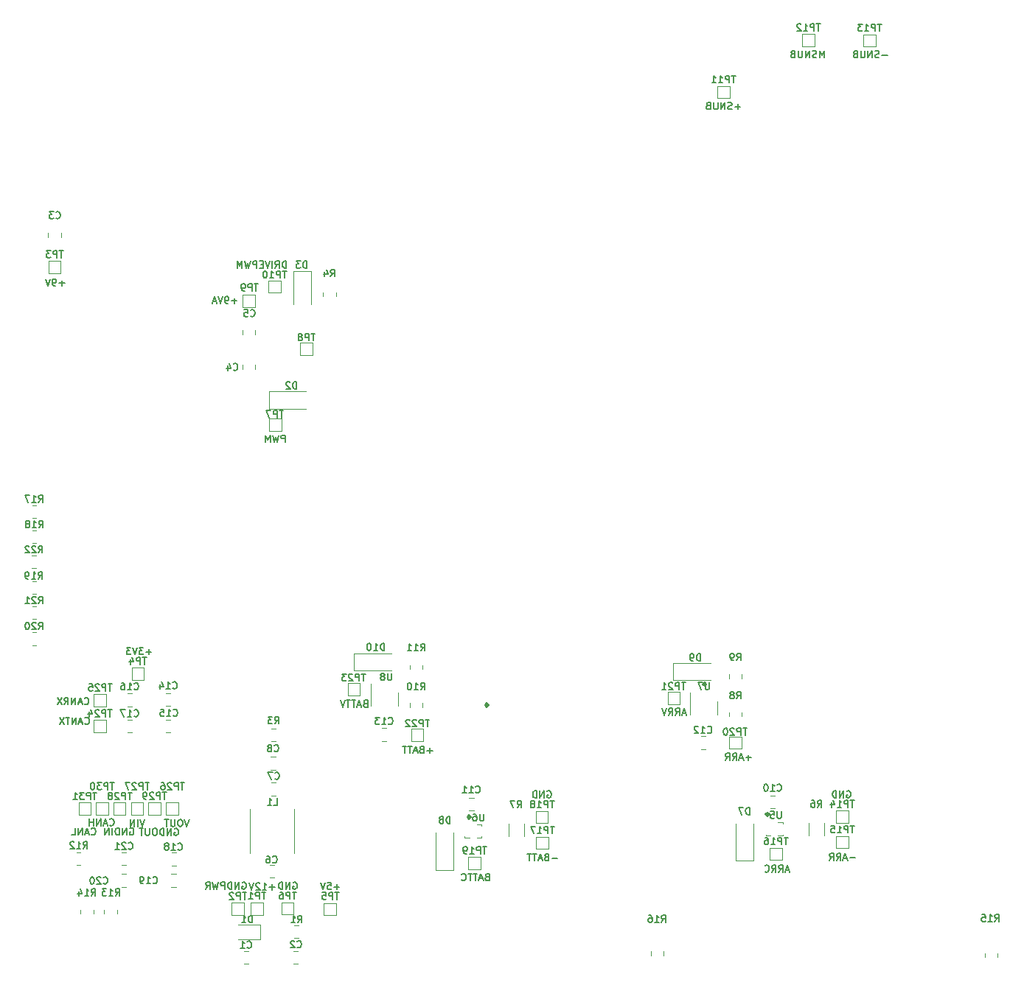
<source format=gbr>
%TF.GenerationSoftware,KiCad,Pcbnew,(6.0.1)*%
%TF.CreationDate,2022-02-04T15:42:09-06:00*%
%TF.ProjectId,MPPT,4d505054-2e6b-4696-9361-645f70636258,1.3.0*%
%TF.SameCoordinates,Original*%
%TF.FileFunction,Legend,Bot*%
%TF.FilePolarity,Positive*%
%FSLAX46Y46*%
G04 Gerber Fmt 4.6, Leading zero omitted, Abs format (unit mm)*
G04 Created by KiCad (PCBNEW (6.0.1)) date 2022-02-04 15:42:09*
%MOMM*%
%LPD*%
G01*
G04 APERTURE LIST*
%ADD10C,0.150000*%
%ADD11C,0.300000*%
%ADD12C,0.120000*%
G04 APERTURE END LIST*
D10*
X39429523Y-111637142D02*
X38820000Y-111637142D01*
X39124761Y-111941904D02*
X39124761Y-111332380D01*
X38515238Y-111141904D02*
X38020000Y-111141904D01*
X38286666Y-111446666D01*
X38172380Y-111446666D01*
X38096190Y-111484761D01*
X38058095Y-111522857D01*
X38020000Y-111599047D01*
X38020000Y-111789523D01*
X38058095Y-111865714D01*
X38096190Y-111903809D01*
X38172380Y-111941904D01*
X38400952Y-111941904D01*
X38477142Y-111903809D01*
X38515238Y-111865714D01*
X37791428Y-111141904D02*
X37524761Y-111941904D01*
X37258095Y-111141904D01*
X37067619Y-111141904D02*
X36572380Y-111141904D01*
X36839047Y-111446666D01*
X36724761Y-111446666D01*
X36648571Y-111484761D01*
X36610476Y-111522857D01*
X36572380Y-111599047D01*
X36572380Y-111789523D01*
X36610476Y-111865714D01*
X36648571Y-111903809D01*
X36724761Y-111941904D01*
X36953333Y-111941904D01*
X37029523Y-111903809D01*
X37067619Y-111865714D01*
X116695714Y-43341904D02*
X116695714Y-42541904D01*
X116429047Y-43113333D01*
X116162380Y-42541904D01*
X116162380Y-43341904D01*
X115819523Y-43303809D02*
X115705238Y-43341904D01*
X115514761Y-43341904D01*
X115438571Y-43303809D01*
X115400476Y-43265714D01*
X115362380Y-43189523D01*
X115362380Y-43113333D01*
X115400476Y-43037142D01*
X115438571Y-42999047D01*
X115514761Y-42960952D01*
X115667142Y-42922857D01*
X115743333Y-42884761D01*
X115781428Y-42846666D01*
X115819523Y-42770476D01*
X115819523Y-42694285D01*
X115781428Y-42618095D01*
X115743333Y-42580000D01*
X115667142Y-42541904D01*
X115476666Y-42541904D01*
X115362380Y-42580000D01*
X115019523Y-43341904D02*
X115019523Y-42541904D01*
X114562380Y-43341904D01*
X114562380Y-42541904D01*
X114181428Y-42541904D02*
X114181428Y-43189523D01*
X114143333Y-43265714D01*
X114105238Y-43303809D01*
X114029047Y-43341904D01*
X113876666Y-43341904D01*
X113800476Y-43303809D01*
X113762380Y-43265714D01*
X113724285Y-43189523D01*
X113724285Y-42541904D01*
X113076666Y-42922857D02*
X112962380Y-42960952D01*
X112924285Y-42999047D01*
X112886190Y-43075238D01*
X112886190Y-43189523D01*
X112924285Y-43265714D01*
X112962380Y-43303809D01*
X113038571Y-43341904D01*
X113343333Y-43341904D01*
X113343333Y-42541904D01*
X113076666Y-42541904D01*
X113000476Y-42580000D01*
X112962380Y-42618095D01*
X112924285Y-42694285D01*
X112924285Y-42770476D01*
X112962380Y-42846666D01*
X113000476Y-42884761D01*
X113076666Y-42922857D01*
X113343333Y-42922857D01*
X108322619Y-123787142D02*
X107713095Y-123787142D01*
X108017857Y-124091904D02*
X108017857Y-123482380D01*
X107370238Y-123863333D02*
X106989285Y-123863333D01*
X107446428Y-124091904D02*
X107179761Y-123291904D01*
X106913095Y-124091904D01*
X106189285Y-124091904D02*
X106455952Y-123710952D01*
X106646428Y-124091904D02*
X106646428Y-123291904D01*
X106341666Y-123291904D01*
X106265476Y-123330000D01*
X106227380Y-123368095D01*
X106189285Y-123444285D01*
X106189285Y-123558571D01*
X106227380Y-123634761D01*
X106265476Y-123672857D01*
X106341666Y-123710952D01*
X106646428Y-123710952D01*
X105389285Y-124091904D02*
X105655952Y-123710952D01*
X105846428Y-124091904D02*
X105846428Y-123291904D01*
X105541666Y-123291904D01*
X105465476Y-123330000D01*
X105427380Y-123368095D01*
X105389285Y-123444285D01*
X105389285Y-123558571D01*
X105427380Y-123634761D01*
X105465476Y-123672857D01*
X105541666Y-123710952D01*
X105846428Y-123710952D01*
X123953809Y-43057142D02*
X123344285Y-43057142D01*
X123001428Y-43323809D02*
X122887142Y-43361904D01*
X122696666Y-43361904D01*
X122620476Y-43323809D01*
X122582380Y-43285714D01*
X122544285Y-43209523D01*
X122544285Y-43133333D01*
X122582380Y-43057142D01*
X122620476Y-43019047D01*
X122696666Y-42980952D01*
X122849047Y-42942857D01*
X122925238Y-42904761D01*
X122963333Y-42866666D01*
X123001428Y-42790476D01*
X123001428Y-42714285D01*
X122963333Y-42638095D01*
X122925238Y-42600000D01*
X122849047Y-42561904D01*
X122658571Y-42561904D01*
X122544285Y-42600000D01*
X122201428Y-43361904D02*
X122201428Y-42561904D01*
X121744285Y-43361904D01*
X121744285Y-42561904D01*
X121363333Y-42561904D02*
X121363333Y-43209523D01*
X121325238Y-43285714D01*
X121287142Y-43323809D01*
X121210952Y-43361904D01*
X121058571Y-43361904D01*
X120982380Y-43323809D01*
X120944285Y-43285714D01*
X120906190Y-43209523D01*
X120906190Y-42561904D01*
X120258571Y-42942857D02*
X120144285Y-42980952D01*
X120106190Y-43019047D01*
X120068095Y-43095238D01*
X120068095Y-43209523D01*
X120106190Y-43285714D01*
X120144285Y-43323809D01*
X120220476Y-43361904D01*
X120525238Y-43361904D01*
X120525238Y-42561904D01*
X120258571Y-42561904D01*
X120182380Y-42600000D01*
X120144285Y-42638095D01*
X120106190Y-42714285D01*
X120106190Y-42790476D01*
X120144285Y-42866666D01*
X120182380Y-42904761D01*
X120258571Y-42942857D01*
X120525238Y-42942857D01*
X31805000Y-119875714D02*
X31843095Y-119913809D01*
X31957380Y-119951904D01*
X32033571Y-119951904D01*
X32147857Y-119913809D01*
X32224047Y-119837619D01*
X32262142Y-119761428D01*
X32300238Y-119609047D01*
X32300238Y-119494761D01*
X32262142Y-119342380D01*
X32224047Y-119266190D01*
X32147857Y-119190000D01*
X32033571Y-119151904D01*
X31957380Y-119151904D01*
X31843095Y-119190000D01*
X31805000Y-119228095D01*
X31500238Y-119723333D02*
X31119285Y-119723333D01*
X31576428Y-119951904D02*
X31309761Y-119151904D01*
X31043095Y-119951904D01*
X30776428Y-119951904D02*
X30776428Y-119151904D01*
X30319285Y-119951904D01*
X30319285Y-119151904D01*
X30052619Y-119151904D02*
X29595476Y-119151904D01*
X29824047Y-119951904D02*
X29824047Y-119151904D01*
X29405000Y-119151904D02*
X28871666Y-119951904D01*
X28871666Y-119151904D02*
X29405000Y-119951904D01*
X54919047Y-67531904D02*
X54919047Y-66731904D01*
X54728571Y-66731904D01*
X54614285Y-66770000D01*
X54538095Y-66846190D01*
X54500000Y-66922380D01*
X54461904Y-67074761D01*
X54461904Y-67189047D01*
X54500000Y-67341428D01*
X54538095Y-67417619D01*
X54614285Y-67493809D01*
X54728571Y-67531904D01*
X54919047Y-67531904D01*
X53661904Y-67531904D02*
X53928571Y-67150952D01*
X54119047Y-67531904D02*
X54119047Y-66731904D01*
X53814285Y-66731904D01*
X53738095Y-66770000D01*
X53700000Y-66808095D01*
X53661904Y-66884285D01*
X53661904Y-66998571D01*
X53700000Y-67074761D01*
X53738095Y-67112857D01*
X53814285Y-67150952D01*
X54119047Y-67150952D01*
X53319047Y-67531904D02*
X53319047Y-66731904D01*
X53052380Y-66731904D02*
X52785714Y-67531904D01*
X52519047Y-66731904D01*
X52252380Y-67112857D02*
X51985714Y-67112857D01*
X51871428Y-67531904D02*
X52252380Y-67531904D01*
X52252380Y-66731904D01*
X51871428Y-66731904D01*
X51528571Y-67531904D02*
X51528571Y-66731904D01*
X51223809Y-66731904D01*
X51147619Y-66770000D01*
X51109523Y-66808095D01*
X51071428Y-66884285D01*
X51071428Y-66998571D01*
X51109523Y-67074761D01*
X51147619Y-67112857D01*
X51223809Y-67150952D01*
X51528571Y-67150952D01*
X50804761Y-66731904D02*
X50614285Y-67531904D01*
X50461904Y-66960476D01*
X50309523Y-67531904D01*
X50119047Y-66731904D01*
X49814285Y-67531904D02*
X49814285Y-66731904D01*
X49547619Y-67303333D01*
X49280952Y-66731904D01*
X49280952Y-67531904D01*
X107068809Y-48982142D02*
X106459285Y-48982142D01*
X106764047Y-49286904D02*
X106764047Y-48677380D01*
X106116428Y-49248809D02*
X106002142Y-49286904D01*
X105811666Y-49286904D01*
X105735476Y-49248809D01*
X105697380Y-49210714D01*
X105659285Y-49134523D01*
X105659285Y-49058333D01*
X105697380Y-48982142D01*
X105735476Y-48944047D01*
X105811666Y-48905952D01*
X105964047Y-48867857D01*
X106040238Y-48829761D01*
X106078333Y-48791666D01*
X106116428Y-48715476D01*
X106116428Y-48639285D01*
X106078333Y-48563095D01*
X106040238Y-48525000D01*
X105964047Y-48486904D01*
X105773571Y-48486904D01*
X105659285Y-48525000D01*
X105316428Y-49286904D02*
X105316428Y-48486904D01*
X104859285Y-49286904D01*
X104859285Y-48486904D01*
X104478333Y-48486904D02*
X104478333Y-49134523D01*
X104440238Y-49210714D01*
X104402142Y-49248809D01*
X104325952Y-49286904D01*
X104173571Y-49286904D01*
X104097380Y-49248809D01*
X104059285Y-49210714D01*
X104021190Y-49134523D01*
X104021190Y-48486904D01*
X103373571Y-48867857D02*
X103259285Y-48905952D01*
X103221190Y-48944047D01*
X103183095Y-49020238D01*
X103183095Y-49134523D01*
X103221190Y-49210714D01*
X103259285Y-49248809D01*
X103335476Y-49286904D01*
X103640238Y-49286904D01*
X103640238Y-48486904D01*
X103373571Y-48486904D01*
X103297380Y-48525000D01*
X103259285Y-48563095D01*
X103221190Y-48639285D01*
X103221190Y-48715476D01*
X103259285Y-48791666D01*
X103297380Y-48829761D01*
X103373571Y-48867857D01*
X103640238Y-48867857D01*
X54808809Y-87526904D02*
X54808809Y-86726904D01*
X54504047Y-86726904D01*
X54427857Y-86765000D01*
X54389761Y-86803095D01*
X54351666Y-86879285D01*
X54351666Y-86993571D01*
X54389761Y-87069761D01*
X54427857Y-87107857D01*
X54504047Y-87145952D01*
X54808809Y-87145952D01*
X54085000Y-86726904D02*
X53894523Y-87526904D01*
X53742142Y-86955476D01*
X53589761Y-87526904D01*
X53399285Y-86726904D01*
X53094523Y-87526904D02*
X53094523Y-86726904D01*
X52827857Y-87298333D01*
X52561190Y-86726904D01*
X52561190Y-87526904D01*
D11*
X102975000Y-115218928D02*
X102832142Y-115361785D01*
X102975000Y-115504642D01*
X103117857Y-115361785D01*
X102975000Y-115218928D01*
X102975000Y-115504642D01*
D10*
X49261428Y-71292142D02*
X48651904Y-71292142D01*
X48956666Y-71596904D02*
X48956666Y-70987380D01*
X48232857Y-71596904D02*
X48080476Y-71596904D01*
X48004285Y-71558809D01*
X47966190Y-71520714D01*
X47890000Y-71406428D01*
X47851904Y-71254047D01*
X47851904Y-70949285D01*
X47890000Y-70873095D01*
X47928095Y-70835000D01*
X48004285Y-70796904D01*
X48156666Y-70796904D01*
X48232857Y-70835000D01*
X48270952Y-70873095D01*
X48309047Y-70949285D01*
X48309047Y-71139761D01*
X48270952Y-71215952D01*
X48232857Y-71254047D01*
X48156666Y-71292142D01*
X48004285Y-71292142D01*
X47928095Y-71254047D01*
X47890000Y-71215952D01*
X47851904Y-71139761D01*
X47623333Y-70796904D02*
X47356666Y-71596904D01*
X47090000Y-70796904D01*
X46861428Y-71368333D02*
X46480476Y-71368333D01*
X46937619Y-71596904D02*
X46670952Y-70796904D01*
X46404285Y-71596904D01*
D11*
X75920000Y-130467428D02*
X75777142Y-130610285D01*
X75920000Y-130753142D01*
X76062857Y-130610285D01*
X75920000Y-130467428D01*
X75920000Y-130753142D01*
D10*
X31750238Y-117600714D02*
X31788333Y-117638809D01*
X31902619Y-117676904D01*
X31978809Y-117676904D01*
X32093095Y-117638809D01*
X32169285Y-117562619D01*
X32207380Y-117486428D01*
X32245476Y-117334047D01*
X32245476Y-117219761D01*
X32207380Y-117067380D01*
X32169285Y-116991190D01*
X32093095Y-116915000D01*
X31978809Y-116876904D01*
X31902619Y-116876904D01*
X31788333Y-116915000D01*
X31750238Y-116953095D01*
X31445476Y-117448333D02*
X31064523Y-117448333D01*
X31521666Y-117676904D02*
X31255000Y-116876904D01*
X30988333Y-117676904D01*
X30721666Y-117676904D02*
X30721666Y-116876904D01*
X30264523Y-117676904D01*
X30264523Y-116876904D01*
X29426428Y-117676904D02*
X29693095Y-117295952D01*
X29883571Y-117676904D02*
X29883571Y-116876904D01*
X29578809Y-116876904D01*
X29502619Y-116915000D01*
X29464523Y-116953095D01*
X29426428Y-117029285D01*
X29426428Y-117143571D01*
X29464523Y-117219761D01*
X29502619Y-117257857D01*
X29578809Y-117295952D01*
X29883571Y-117295952D01*
X29159761Y-116876904D02*
X28626428Y-117676904D01*
X28626428Y-116876904D02*
X29159761Y-117676904D01*
X119324523Y-127635000D02*
X119400714Y-127596904D01*
X119515000Y-127596904D01*
X119629285Y-127635000D01*
X119705476Y-127711190D01*
X119743571Y-127787380D01*
X119781666Y-127939761D01*
X119781666Y-128054047D01*
X119743571Y-128206428D01*
X119705476Y-128282619D01*
X119629285Y-128358809D01*
X119515000Y-128396904D01*
X119438809Y-128396904D01*
X119324523Y-128358809D01*
X119286428Y-128320714D01*
X119286428Y-128054047D01*
X119438809Y-128054047D01*
X118943571Y-128396904D02*
X118943571Y-127596904D01*
X118486428Y-128396904D01*
X118486428Y-127596904D01*
X118105476Y-128396904D02*
X118105476Y-127596904D01*
X117915000Y-127596904D01*
X117800714Y-127635000D01*
X117724523Y-127711190D01*
X117686428Y-127787380D01*
X117648333Y-127939761D01*
X117648333Y-128054047D01*
X117686428Y-128206428D01*
X117724523Y-128282619D01*
X117800714Y-128358809D01*
X117915000Y-128396904D01*
X118105476Y-128396904D01*
X36959047Y-131920000D02*
X37035238Y-131881904D01*
X37149523Y-131881904D01*
X37263809Y-131920000D01*
X37340000Y-131996190D01*
X37378095Y-132072380D01*
X37416190Y-132224761D01*
X37416190Y-132339047D01*
X37378095Y-132491428D01*
X37340000Y-132567619D01*
X37263809Y-132643809D01*
X37149523Y-132681904D01*
X37073333Y-132681904D01*
X36959047Y-132643809D01*
X36920952Y-132605714D01*
X36920952Y-132339047D01*
X37073333Y-132339047D01*
X36578095Y-132681904D02*
X36578095Y-131881904D01*
X36120952Y-132681904D01*
X36120952Y-131881904D01*
X35740000Y-132681904D02*
X35740000Y-131881904D01*
X35549523Y-131881904D01*
X35435238Y-131920000D01*
X35359047Y-131996190D01*
X35320952Y-132072380D01*
X35282857Y-132224761D01*
X35282857Y-132339047D01*
X35320952Y-132491428D01*
X35359047Y-132567619D01*
X35435238Y-132643809D01*
X35549523Y-132681904D01*
X35740000Y-132681904D01*
X34940000Y-132681904D02*
X34940000Y-131881904D01*
X34559047Y-132681904D02*
X34559047Y-131881904D01*
X34101904Y-132681904D01*
X34101904Y-131881904D01*
X100798333Y-118678333D02*
X100417380Y-118678333D01*
X100874523Y-118906904D02*
X100607857Y-118106904D01*
X100341190Y-118906904D01*
X99617380Y-118906904D02*
X99884047Y-118525952D01*
X100074523Y-118906904D02*
X100074523Y-118106904D01*
X99769761Y-118106904D01*
X99693571Y-118145000D01*
X99655476Y-118183095D01*
X99617380Y-118259285D01*
X99617380Y-118373571D01*
X99655476Y-118449761D01*
X99693571Y-118487857D01*
X99769761Y-118525952D01*
X100074523Y-118525952D01*
X98817380Y-118906904D02*
X99084047Y-118525952D01*
X99274523Y-118906904D02*
X99274523Y-118106904D01*
X98969761Y-118106904D01*
X98893571Y-118145000D01*
X98855476Y-118183095D01*
X98817380Y-118259285D01*
X98817380Y-118373571D01*
X98855476Y-118449761D01*
X98893571Y-118487857D01*
X98969761Y-118525952D01*
X99274523Y-118525952D01*
X98588809Y-118106904D02*
X98322142Y-118906904D01*
X98055476Y-118106904D01*
X49881666Y-138135000D02*
X49957857Y-138096904D01*
X50072142Y-138096904D01*
X50186428Y-138135000D01*
X50262619Y-138211190D01*
X50300714Y-138287380D01*
X50338809Y-138439761D01*
X50338809Y-138554047D01*
X50300714Y-138706428D01*
X50262619Y-138782619D01*
X50186428Y-138858809D01*
X50072142Y-138896904D01*
X49995952Y-138896904D01*
X49881666Y-138858809D01*
X49843571Y-138820714D01*
X49843571Y-138554047D01*
X49995952Y-138554047D01*
X49500714Y-138896904D02*
X49500714Y-138096904D01*
X49043571Y-138896904D01*
X49043571Y-138096904D01*
X48662619Y-138896904D02*
X48662619Y-138096904D01*
X48472142Y-138096904D01*
X48357857Y-138135000D01*
X48281666Y-138211190D01*
X48243571Y-138287380D01*
X48205476Y-138439761D01*
X48205476Y-138554047D01*
X48243571Y-138706428D01*
X48281666Y-138782619D01*
X48357857Y-138858809D01*
X48472142Y-138896904D01*
X48662619Y-138896904D01*
X47862619Y-138896904D02*
X47862619Y-138096904D01*
X47557857Y-138096904D01*
X47481666Y-138135000D01*
X47443571Y-138173095D01*
X47405476Y-138249285D01*
X47405476Y-138363571D01*
X47443571Y-138439761D01*
X47481666Y-138477857D01*
X47557857Y-138515952D01*
X47862619Y-138515952D01*
X47138809Y-138096904D02*
X46948333Y-138896904D01*
X46795952Y-138325476D01*
X46643571Y-138896904D01*
X46453095Y-138096904D01*
X45691190Y-138896904D02*
X45957857Y-138515952D01*
X46148333Y-138896904D02*
X46148333Y-138096904D01*
X45843571Y-138096904D01*
X45767380Y-138135000D01*
X45729285Y-138173095D01*
X45691190Y-138249285D01*
X45691190Y-138363571D01*
X45729285Y-138439761D01*
X45767380Y-138477857D01*
X45843571Y-138515952D01*
X46148333Y-138515952D01*
X63993095Y-117577857D02*
X63878809Y-117615952D01*
X63840714Y-117654047D01*
X63802619Y-117730238D01*
X63802619Y-117844523D01*
X63840714Y-117920714D01*
X63878809Y-117958809D01*
X63955000Y-117996904D01*
X64259761Y-117996904D01*
X64259761Y-117196904D01*
X63993095Y-117196904D01*
X63916904Y-117235000D01*
X63878809Y-117273095D01*
X63840714Y-117349285D01*
X63840714Y-117425476D01*
X63878809Y-117501666D01*
X63916904Y-117539761D01*
X63993095Y-117577857D01*
X64259761Y-117577857D01*
X63497857Y-117768333D02*
X63116904Y-117768333D01*
X63574047Y-117996904D02*
X63307380Y-117196904D01*
X63040714Y-117996904D01*
X62888333Y-117196904D02*
X62431190Y-117196904D01*
X62659761Y-117996904D02*
X62659761Y-117196904D01*
X62278809Y-117196904D02*
X61821666Y-117196904D01*
X62050238Y-117996904D02*
X62050238Y-117196904D01*
X61669285Y-117196904D02*
X61402619Y-117996904D01*
X61135952Y-117196904D01*
D11*
X77955000Y-117607428D02*
X77812142Y-117750285D01*
X77955000Y-117893142D01*
X78097857Y-117750285D01*
X77955000Y-117607428D01*
X77955000Y-117893142D01*
D10*
X43779523Y-130901904D02*
X43512857Y-131701904D01*
X43246190Y-130901904D01*
X42827142Y-130901904D02*
X42674761Y-130901904D01*
X42598571Y-130940000D01*
X42522380Y-131016190D01*
X42484285Y-131168571D01*
X42484285Y-131435238D01*
X42522380Y-131587619D01*
X42598571Y-131663809D01*
X42674761Y-131701904D01*
X42827142Y-131701904D01*
X42903333Y-131663809D01*
X42979523Y-131587619D01*
X43017619Y-131435238D01*
X43017619Y-131168571D01*
X42979523Y-131016190D01*
X42903333Y-130940000D01*
X42827142Y-130901904D01*
X42141428Y-130901904D02*
X42141428Y-131549523D01*
X42103333Y-131625714D01*
X42065238Y-131663809D01*
X41989047Y-131701904D01*
X41836666Y-131701904D01*
X41760476Y-131663809D01*
X41722380Y-131625714D01*
X41684285Y-131549523D01*
X41684285Y-130901904D01*
X41417619Y-130901904D02*
X40960476Y-130901904D01*
X41189047Y-131701904D02*
X41189047Y-130901904D01*
X61038571Y-138642142D02*
X60429047Y-138642142D01*
X60733809Y-138946904D02*
X60733809Y-138337380D01*
X59667142Y-138146904D02*
X60048095Y-138146904D01*
X60086190Y-138527857D01*
X60048095Y-138489761D01*
X59971904Y-138451666D01*
X59781428Y-138451666D01*
X59705238Y-138489761D01*
X59667142Y-138527857D01*
X59629047Y-138604047D01*
X59629047Y-138794523D01*
X59667142Y-138870714D01*
X59705238Y-138908809D01*
X59781428Y-138946904D01*
X59971904Y-138946904D01*
X60048095Y-138908809D01*
X60086190Y-138870714D01*
X59400476Y-138146904D02*
X59133809Y-138946904D01*
X58867142Y-138146904D01*
X29463571Y-69272142D02*
X28854047Y-69272142D01*
X29158809Y-69576904D02*
X29158809Y-68967380D01*
X28435000Y-69576904D02*
X28282619Y-69576904D01*
X28206428Y-69538809D01*
X28168333Y-69500714D01*
X28092142Y-69386428D01*
X28054047Y-69234047D01*
X28054047Y-68929285D01*
X28092142Y-68853095D01*
X28130238Y-68815000D01*
X28206428Y-68776904D01*
X28358809Y-68776904D01*
X28435000Y-68815000D01*
X28473095Y-68853095D01*
X28511190Y-68929285D01*
X28511190Y-69119761D01*
X28473095Y-69195952D01*
X28435000Y-69234047D01*
X28358809Y-69272142D01*
X28206428Y-69272142D01*
X28130238Y-69234047D01*
X28092142Y-69195952D01*
X28054047Y-69119761D01*
X27825476Y-68776904D02*
X27558809Y-69576904D01*
X27292142Y-68776904D01*
X53604523Y-138667142D02*
X52995000Y-138667142D01*
X53299761Y-138971904D02*
X53299761Y-138362380D01*
X52195000Y-138971904D02*
X52652142Y-138971904D01*
X52423571Y-138971904D02*
X52423571Y-138171904D01*
X52499761Y-138286190D01*
X52575952Y-138362380D01*
X52652142Y-138400476D01*
X51890238Y-138248095D02*
X51852142Y-138210000D01*
X51775952Y-138171904D01*
X51585476Y-138171904D01*
X51509285Y-138210000D01*
X51471190Y-138248095D01*
X51433095Y-138324285D01*
X51433095Y-138400476D01*
X51471190Y-138514761D01*
X51928333Y-138971904D01*
X51433095Y-138971904D01*
X51204523Y-138171904D02*
X50937857Y-138971904D01*
X50671190Y-138171904D01*
D11*
X110175000Y-130181428D02*
X110032142Y-130324285D01*
X110175000Y-130467142D01*
X110317857Y-130324285D01*
X110175000Y-130181428D01*
X110175000Y-130467142D01*
D10*
X32523095Y-132605714D02*
X32561190Y-132643809D01*
X32675476Y-132681904D01*
X32751666Y-132681904D01*
X32865952Y-132643809D01*
X32942142Y-132567619D01*
X32980238Y-132491428D01*
X33018333Y-132339047D01*
X33018333Y-132224761D01*
X32980238Y-132072380D01*
X32942142Y-131996190D01*
X32865952Y-131920000D01*
X32751666Y-131881904D01*
X32675476Y-131881904D01*
X32561190Y-131920000D01*
X32523095Y-131958095D01*
X32218333Y-132453333D02*
X31837380Y-132453333D01*
X32294523Y-132681904D02*
X32027857Y-131881904D01*
X31761190Y-132681904D01*
X31494523Y-132681904D02*
X31494523Y-131881904D01*
X31037380Y-132681904D01*
X31037380Y-131881904D01*
X30275476Y-132681904D02*
X30656428Y-132681904D01*
X30656428Y-131881904D01*
X34638333Y-131540714D02*
X34676428Y-131578809D01*
X34790714Y-131616904D01*
X34866904Y-131616904D01*
X34981190Y-131578809D01*
X35057380Y-131502619D01*
X35095476Y-131426428D01*
X35133571Y-131274047D01*
X35133571Y-131159761D01*
X35095476Y-131007380D01*
X35057380Y-130931190D01*
X34981190Y-130855000D01*
X34866904Y-130816904D01*
X34790714Y-130816904D01*
X34676428Y-130855000D01*
X34638333Y-130893095D01*
X34333571Y-131388333D02*
X33952619Y-131388333D01*
X34409761Y-131616904D02*
X34143095Y-130816904D01*
X33876428Y-131616904D01*
X33609761Y-131616904D02*
X33609761Y-130816904D01*
X33152619Y-131616904D01*
X33152619Y-130816904D01*
X32771666Y-131616904D02*
X32771666Y-130816904D01*
X32771666Y-131197857D02*
X32314523Y-131197857D01*
X32314523Y-131616904D02*
X32314523Y-130816904D01*
X84904523Y-127650000D02*
X84980714Y-127611904D01*
X85095000Y-127611904D01*
X85209285Y-127650000D01*
X85285476Y-127726190D01*
X85323571Y-127802380D01*
X85361666Y-127954761D01*
X85361666Y-128069047D01*
X85323571Y-128221428D01*
X85285476Y-128297619D01*
X85209285Y-128373809D01*
X85095000Y-128411904D01*
X85018809Y-128411904D01*
X84904523Y-128373809D01*
X84866428Y-128335714D01*
X84866428Y-128069047D01*
X85018809Y-128069047D01*
X84523571Y-128411904D02*
X84523571Y-127611904D01*
X84066428Y-128411904D01*
X84066428Y-127611904D01*
X83685476Y-128411904D02*
X83685476Y-127611904D01*
X83495000Y-127611904D01*
X83380714Y-127650000D01*
X83304523Y-127726190D01*
X83266428Y-127802380D01*
X83228333Y-127954761D01*
X83228333Y-128069047D01*
X83266428Y-128221428D01*
X83304523Y-128297619D01*
X83380714Y-128373809D01*
X83495000Y-128411904D01*
X83685476Y-128411904D01*
X55734523Y-138145000D02*
X55810714Y-138106904D01*
X55925000Y-138106904D01*
X56039285Y-138145000D01*
X56115476Y-138221190D01*
X56153571Y-138297380D01*
X56191666Y-138449761D01*
X56191666Y-138564047D01*
X56153571Y-138716428D01*
X56115476Y-138792619D01*
X56039285Y-138868809D01*
X55925000Y-138906904D01*
X55848809Y-138906904D01*
X55734523Y-138868809D01*
X55696428Y-138830714D01*
X55696428Y-138564047D01*
X55848809Y-138564047D01*
X55353571Y-138906904D02*
X55353571Y-138106904D01*
X54896428Y-138906904D01*
X54896428Y-138106904D01*
X54515476Y-138906904D02*
X54515476Y-138106904D01*
X54325000Y-138106904D01*
X54210714Y-138145000D01*
X54134523Y-138221190D01*
X54096428Y-138297380D01*
X54058333Y-138449761D01*
X54058333Y-138564047D01*
X54096428Y-138716428D01*
X54134523Y-138792619D01*
X54210714Y-138868809D01*
X54325000Y-138906904D01*
X54515476Y-138906904D01*
X120257619Y-135272142D02*
X119648095Y-135272142D01*
X119305238Y-135348333D02*
X118924285Y-135348333D01*
X119381428Y-135576904D02*
X119114761Y-134776904D01*
X118848095Y-135576904D01*
X118124285Y-135576904D02*
X118390952Y-135195952D01*
X118581428Y-135576904D02*
X118581428Y-134776904D01*
X118276666Y-134776904D01*
X118200476Y-134815000D01*
X118162380Y-134853095D01*
X118124285Y-134929285D01*
X118124285Y-135043571D01*
X118162380Y-135119761D01*
X118200476Y-135157857D01*
X118276666Y-135195952D01*
X118581428Y-135195952D01*
X117324285Y-135576904D02*
X117590952Y-135195952D01*
X117781428Y-135576904D02*
X117781428Y-134776904D01*
X117476666Y-134776904D01*
X117400476Y-134815000D01*
X117362380Y-134853095D01*
X117324285Y-134929285D01*
X117324285Y-135043571D01*
X117362380Y-135119761D01*
X117400476Y-135157857D01*
X117476666Y-135195952D01*
X117781428Y-135195952D01*
X71712142Y-122967142D02*
X71102619Y-122967142D01*
X71407380Y-123271904D02*
X71407380Y-122662380D01*
X70455000Y-122852857D02*
X70340714Y-122890952D01*
X70302619Y-122929047D01*
X70264523Y-123005238D01*
X70264523Y-123119523D01*
X70302619Y-123195714D01*
X70340714Y-123233809D01*
X70416904Y-123271904D01*
X70721666Y-123271904D01*
X70721666Y-122471904D01*
X70455000Y-122471904D01*
X70378809Y-122510000D01*
X70340714Y-122548095D01*
X70302619Y-122624285D01*
X70302619Y-122700476D01*
X70340714Y-122776666D01*
X70378809Y-122814761D01*
X70455000Y-122852857D01*
X70721666Y-122852857D01*
X69959761Y-123043333D02*
X69578809Y-123043333D01*
X70035952Y-123271904D02*
X69769285Y-122471904D01*
X69502619Y-123271904D01*
X69350238Y-122471904D02*
X68893095Y-122471904D01*
X69121666Y-123271904D02*
X69121666Y-122471904D01*
X68740714Y-122471904D02*
X68283571Y-122471904D01*
X68512142Y-123271904D02*
X68512142Y-122471904D01*
X42087380Y-131960000D02*
X42163571Y-131921904D01*
X42277857Y-131921904D01*
X42392142Y-131960000D01*
X42468333Y-132036190D01*
X42506428Y-132112380D01*
X42544523Y-132264761D01*
X42544523Y-132379047D01*
X42506428Y-132531428D01*
X42468333Y-132607619D01*
X42392142Y-132683809D01*
X42277857Y-132721904D01*
X42201666Y-132721904D01*
X42087380Y-132683809D01*
X42049285Y-132645714D01*
X42049285Y-132379047D01*
X42201666Y-132379047D01*
X41706428Y-132721904D02*
X41706428Y-131921904D01*
X41249285Y-132721904D01*
X41249285Y-131921904D01*
X40868333Y-132721904D02*
X40868333Y-131921904D01*
X40677857Y-131921904D01*
X40563571Y-131960000D01*
X40487380Y-132036190D01*
X40449285Y-132112380D01*
X40411190Y-132264761D01*
X40411190Y-132379047D01*
X40449285Y-132531428D01*
X40487380Y-132607619D01*
X40563571Y-132683809D01*
X40677857Y-132721904D01*
X40868333Y-132721904D01*
X39915952Y-131921904D02*
X39763571Y-131921904D01*
X39687380Y-131960000D01*
X39611190Y-132036190D01*
X39573095Y-132188571D01*
X39573095Y-132455238D01*
X39611190Y-132607619D01*
X39687380Y-132683809D01*
X39763571Y-132721904D01*
X39915952Y-132721904D01*
X39992142Y-132683809D01*
X40068333Y-132607619D01*
X40106428Y-132455238D01*
X40106428Y-132188571D01*
X40068333Y-132036190D01*
X39992142Y-131960000D01*
X39915952Y-131921904D01*
X39230238Y-131921904D02*
X39230238Y-132569523D01*
X39192142Y-132645714D01*
X39154047Y-132683809D01*
X39077857Y-132721904D01*
X38925476Y-132721904D01*
X38849285Y-132683809D01*
X38811190Y-132645714D01*
X38773095Y-132569523D01*
X38773095Y-131921904D01*
X38506428Y-131921904D02*
X38049285Y-131921904D01*
X38277857Y-132721904D02*
X38277857Y-131921904D01*
X86037142Y-135322142D02*
X85427619Y-135322142D01*
X84780000Y-135207857D02*
X84665714Y-135245952D01*
X84627619Y-135284047D01*
X84589523Y-135360238D01*
X84589523Y-135474523D01*
X84627619Y-135550714D01*
X84665714Y-135588809D01*
X84741904Y-135626904D01*
X85046666Y-135626904D01*
X85046666Y-134826904D01*
X84780000Y-134826904D01*
X84703809Y-134865000D01*
X84665714Y-134903095D01*
X84627619Y-134979285D01*
X84627619Y-135055476D01*
X84665714Y-135131666D01*
X84703809Y-135169761D01*
X84780000Y-135207857D01*
X85046666Y-135207857D01*
X84284761Y-135398333D02*
X83903809Y-135398333D01*
X84360952Y-135626904D02*
X84094285Y-134826904D01*
X83827619Y-135626904D01*
X83675238Y-134826904D02*
X83218095Y-134826904D01*
X83446666Y-135626904D02*
X83446666Y-134826904D01*
X83065714Y-134826904D02*
X82608571Y-134826904D01*
X82837142Y-135626904D02*
X82837142Y-134826904D01*
X77975238Y-137492857D02*
X77860952Y-137530952D01*
X77822857Y-137569047D01*
X77784761Y-137645238D01*
X77784761Y-137759523D01*
X77822857Y-137835714D01*
X77860952Y-137873809D01*
X77937142Y-137911904D01*
X78241904Y-137911904D01*
X78241904Y-137111904D01*
X77975238Y-137111904D01*
X77899047Y-137150000D01*
X77860952Y-137188095D01*
X77822857Y-137264285D01*
X77822857Y-137340476D01*
X77860952Y-137416666D01*
X77899047Y-137454761D01*
X77975238Y-137492857D01*
X78241904Y-137492857D01*
X77480000Y-137683333D02*
X77099047Y-137683333D01*
X77556190Y-137911904D02*
X77289523Y-137111904D01*
X77022857Y-137911904D01*
X76870476Y-137111904D02*
X76413333Y-137111904D01*
X76641904Y-137911904D02*
X76641904Y-137111904D01*
X76260952Y-137111904D02*
X75803809Y-137111904D01*
X76032380Y-137911904D02*
X76032380Y-137111904D01*
X75080000Y-137835714D02*
X75118095Y-137873809D01*
X75232380Y-137911904D01*
X75308571Y-137911904D01*
X75422857Y-137873809D01*
X75499047Y-137797619D01*
X75537142Y-137721428D01*
X75575238Y-137569047D01*
X75575238Y-137454761D01*
X75537142Y-137302380D01*
X75499047Y-137226190D01*
X75422857Y-137150000D01*
X75308571Y-137111904D01*
X75232380Y-137111904D01*
X75118095Y-137150000D01*
X75080000Y-137188095D01*
X112675476Y-136708333D02*
X112294523Y-136708333D01*
X112751666Y-136936904D02*
X112485000Y-136136904D01*
X112218333Y-136936904D01*
X111494523Y-136936904D02*
X111761190Y-136555952D01*
X111951666Y-136936904D02*
X111951666Y-136136904D01*
X111646904Y-136136904D01*
X111570714Y-136175000D01*
X111532619Y-136213095D01*
X111494523Y-136289285D01*
X111494523Y-136403571D01*
X111532619Y-136479761D01*
X111570714Y-136517857D01*
X111646904Y-136555952D01*
X111951666Y-136555952D01*
X110694523Y-136936904D02*
X110961190Y-136555952D01*
X111151666Y-136936904D02*
X111151666Y-136136904D01*
X110846904Y-136136904D01*
X110770714Y-136175000D01*
X110732619Y-136213095D01*
X110694523Y-136289285D01*
X110694523Y-136403571D01*
X110732619Y-136479761D01*
X110770714Y-136517857D01*
X110846904Y-136555952D01*
X111151666Y-136555952D01*
X109894523Y-136860714D02*
X109932619Y-136898809D01*
X110046904Y-136936904D01*
X110123095Y-136936904D01*
X110237380Y-136898809D01*
X110313571Y-136822619D01*
X110351666Y-136746428D01*
X110389761Y-136594047D01*
X110389761Y-136479761D01*
X110351666Y-136327380D01*
X110313571Y-136251190D01*
X110237380Y-136175000D01*
X110123095Y-136136904D01*
X110046904Y-136136904D01*
X109932619Y-136175000D01*
X109894523Y-136213095D01*
X38666190Y-130901904D02*
X38399523Y-131701904D01*
X38132857Y-130901904D01*
X37866190Y-131701904D02*
X37866190Y-130901904D01*
X37485238Y-131701904D02*
X37485238Y-130901904D01*
X37028095Y-131701904D01*
X37028095Y-130901904D01*
%TO.C,TP16*%
X112555476Y-132964904D02*
X112098333Y-132964904D01*
X112326904Y-133764904D02*
X112326904Y-132964904D01*
X111831666Y-133764904D02*
X111831666Y-132964904D01*
X111526904Y-132964904D01*
X111450714Y-133003000D01*
X111412619Y-133041095D01*
X111374523Y-133117285D01*
X111374523Y-133231571D01*
X111412619Y-133307761D01*
X111450714Y-133345857D01*
X111526904Y-133383952D01*
X111831666Y-133383952D01*
X110612619Y-133764904D02*
X111069761Y-133764904D01*
X110841190Y-133764904D02*
X110841190Y-132964904D01*
X110917380Y-133079190D01*
X110993571Y-133155380D01*
X111069761Y-133193476D01*
X109926904Y-132964904D02*
X110079285Y-132964904D01*
X110155476Y-133003000D01*
X110193571Y-133041095D01*
X110269761Y-133155380D01*
X110307857Y-133307761D01*
X110307857Y-133612523D01*
X110269761Y-133688714D01*
X110231666Y-133726809D01*
X110155476Y-133764904D01*
X110003095Y-133764904D01*
X109926904Y-133726809D01*
X109888809Y-133688714D01*
X109850714Y-133612523D01*
X109850714Y-133422047D01*
X109888809Y-133345857D01*
X109926904Y-133307761D01*
X110003095Y-133269666D01*
X110155476Y-133269666D01*
X110231666Y-133307761D01*
X110269761Y-133345857D01*
X110307857Y-133422047D01*
%TO.C,U6*%
X77614523Y-130247904D02*
X77614523Y-130895523D01*
X77576428Y-130971714D01*
X77538333Y-131009809D01*
X77462142Y-131047904D01*
X77309761Y-131047904D01*
X77233571Y-131009809D01*
X77195476Y-130971714D01*
X77157380Y-130895523D01*
X77157380Y-130247904D01*
X76433571Y-130247904D02*
X76585952Y-130247904D01*
X76662142Y-130286000D01*
X76700238Y-130324095D01*
X76776428Y-130438380D01*
X76814523Y-130590761D01*
X76814523Y-130895523D01*
X76776428Y-130971714D01*
X76738333Y-131009809D01*
X76662142Y-131047904D01*
X76509761Y-131047904D01*
X76433571Y-131009809D01*
X76395476Y-130971714D01*
X76357380Y-130895523D01*
X76357380Y-130705047D01*
X76395476Y-130628857D01*
X76433571Y-130590761D01*
X76509761Y-130552666D01*
X76662142Y-130552666D01*
X76738333Y-130590761D01*
X76776428Y-130628857D01*
X76814523Y-130705047D01*
%TO.C,D2*%
X56095476Y-81406904D02*
X56095476Y-80606904D01*
X55905000Y-80606904D01*
X55790714Y-80645000D01*
X55714523Y-80721190D01*
X55676428Y-80797380D01*
X55638333Y-80949761D01*
X55638333Y-81064047D01*
X55676428Y-81216428D01*
X55714523Y-81292619D01*
X55790714Y-81368809D01*
X55905000Y-81406904D01*
X56095476Y-81406904D01*
X55333571Y-80683095D02*
X55295476Y-80645000D01*
X55219285Y-80606904D01*
X55028809Y-80606904D01*
X54952619Y-80645000D01*
X54914523Y-80683095D01*
X54876428Y-80759285D01*
X54876428Y-80835476D01*
X54914523Y-80949761D01*
X55371666Y-81406904D01*
X54876428Y-81406904D01*
%TO.C,R10*%
X70359285Y-115986904D02*
X70625952Y-115605952D01*
X70816428Y-115986904D02*
X70816428Y-115186904D01*
X70511666Y-115186904D01*
X70435476Y-115225000D01*
X70397380Y-115263095D01*
X70359285Y-115339285D01*
X70359285Y-115453571D01*
X70397380Y-115529761D01*
X70435476Y-115567857D01*
X70511666Y-115605952D01*
X70816428Y-115605952D01*
X69597380Y-115986904D02*
X70054523Y-115986904D01*
X69825952Y-115986904D02*
X69825952Y-115186904D01*
X69902142Y-115301190D01*
X69978333Y-115377380D01*
X70054523Y-115415476D01*
X69102142Y-115186904D02*
X69025952Y-115186904D01*
X68949761Y-115225000D01*
X68911666Y-115263095D01*
X68873571Y-115339285D01*
X68835476Y-115491666D01*
X68835476Y-115682142D01*
X68873571Y-115834523D01*
X68911666Y-115910714D01*
X68949761Y-115948809D01*
X69025952Y-115986904D01*
X69102142Y-115986904D01*
X69178333Y-115948809D01*
X69216428Y-115910714D01*
X69254523Y-115834523D01*
X69292619Y-115682142D01*
X69292619Y-115491666D01*
X69254523Y-115339285D01*
X69216428Y-115263095D01*
X69178333Y-115225000D01*
X69102142Y-115186904D01*
%TO.C,C19*%
X39624285Y-138180714D02*
X39662380Y-138218809D01*
X39776666Y-138256904D01*
X39852857Y-138256904D01*
X39967142Y-138218809D01*
X40043333Y-138142619D01*
X40081428Y-138066428D01*
X40119523Y-137914047D01*
X40119523Y-137799761D01*
X40081428Y-137647380D01*
X40043333Y-137571190D01*
X39967142Y-137495000D01*
X39852857Y-137456904D01*
X39776666Y-137456904D01*
X39662380Y-137495000D01*
X39624285Y-137533095D01*
X38862380Y-138256904D02*
X39319523Y-138256904D01*
X39090952Y-138256904D02*
X39090952Y-137456904D01*
X39167142Y-137571190D01*
X39243333Y-137647380D01*
X39319523Y-137685476D01*
X38481428Y-138256904D02*
X38329047Y-138256904D01*
X38252857Y-138218809D01*
X38214761Y-138180714D01*
X38138571Y-138066428D01*
X38100476Y-137914047D01*
X38100476Y-137609285D01*
X38138571Y-137533095D01*
X38176666Y-137495000D01*
X38252857Y-137456904D01*
X38405238Y-137456904D01*
X38481428Y-137495000D01*
X38519523Y-137533095D01*
X38557619Y-137609285D01*
X38557619Y-137799761D01*
X38519523Y-137875952D01*
X38481428Y-137914047D01*
X38405238Y-137952142D01*
X38252857Y-137952142D01*
X38176666Y-137914047D01*
X38138571Y-137875952D01*
X38100476Y-137799761D01*
%TO.C,TP17*%
X85715476Y-131689904D02*
X85258333Y-131689904D01*
X85486904Y-132489904D02*
X85486904Y-131689904D01*
X84991666Y-132489904D02*
X84991666Y-131689904D01*
X84686904Y-131689904D01*
X84610714Y-131728000D01*
X84572619Y-131766095D01*
X84534523Y-131842285D01*
X84534523Y-131956571D01*
X84572619Y-132032761D01*
X84610714Y-132070857D01*
X84686904Y-132108952D01*
X84991666Y-132108952D01*
X83772619Y-132489904D02*
X84229761Y-132489904D01*
X84001190Y-132489904D02*
X84001190Y-131689904D01*
X84077380Y-131804190D01*
X84153571Y-131880380D01*
X84229761Y-131918476D01*
X83505952Y-131689904D02*
X82972619Y-131689904D01*
X83315476Y-132489904D01*
%TO.C,R6*%
X115943333Y-129506904D02*
X116210000Y-129125952D01*
X116400476Y-129506904D02*
X116400476Y-128706904D01*
X116095714Y-128706904D01*
X116019523Y-128745000D01*
X115981428Y-128783095D01*
X115943333Y-128859285D01*
X115943333Y-128973571D01*
X115981428Y-129049761D01*
X116019523Y-129087857D01*
X116095714Y-129125952D01*
X116400476Y-129125952D01*
X115257619Y-128706904D02*
X115410000Y-128706904D01*
X115486190Y-128745000D01*
X115524285Y-128783095D01*
X115600476Y-128897380D01*
X115638571Y-129049761D01*
X115638571Y-129354523D01*
X115600476Y-129430714D01*
X115562380Y-129468809D01*
X115486190Y-129506904D01*
X115333809Y-129506904D01*
X115257619Y-129468809D01*
X115219523Y-129430714D01*
X115181428Y-129354523D01*
X115181428Y-129164047D01*
X115219523Y-129087857D01*
X115257619Y-129049761D01*
X115333809Y-129011666D01*
X115486190Y-129011666D01*
X115562380Y-129049761D01*
X115600476Y-129087857D01*
X115638571Y-129164047D01*
%TO.C,TP26*%
X43230476Y-126681904D02*
X42773333Y-126681904D01*
X43001904Y-127481904D02*
X43001904Y-126681904D01*
X42506666Y-127481904D02*
X42506666Y-126681904D01*
X42201904Y-126681904D01*
X42125714Y-126720000D01*
X42087619Y-126758095D01*
X42049523Y-126834285D01*
X42049523Y-126948571D01*
X42087619Y-127024761D01*
X42125714Y-127062857D01*
X42201904Y-127100952D01*
X42506666Y-127100952D01*
X41744761Y-126758095D02*
X41706666Y-126720000D01*
X41630476Y-126681904D01*
X41440000Y-126681904D01*
X41363809Y-126720000D01*
X41325714Y-126758095D01*
X41287619Y-126834285D01*
X41287619Y-126910476D01*
X41325714Y-127024761D01*
X41782857Y-127481904D01*
X41287619Y-127481904D01*
X40601904Y-126681904D02*
X40754285Y-126681904D01*
X40830476Y-126720000D01*
X40868571Y-126758095D01*
X40944761Y-126872380D01*
X40982857Y-127024761D01*
X40982857Y-127329523D01*
X40944761Y-127405714D01*
X40906666Y-127443809D01*
X40830476Y-127481904D01*
X40678095Y-127481904D01*
X40601904Y-127443809D01*
X40563809Y-127405714D01*
X40525714Y-127329523D01*
X40525714Y-127139047D01*
X40563809Y-127062857D01*
X40601904Y-127024761D01*
X40678095Y-126986666D01*
X40830476Y-126986666D01*
X40906666Y-127024761D01*
X40944761Y-127062857D01*
X40982857Y-127139047D01*
%TO.C,C14*%
X41874285Y-115805714D02*
X41912380Y-115843809D01*
X42026666Y-115881904D01*
X42102857Y-115881904D01*
X42217142Y-115843809D01*
X42293333Y-115767619D01*
X42331428Y-115691428D01*
X42369523Y-115539047D01*
X42369523Y-115424761D01*
X42331428Y-115272380D01*
X42293333Y-115196190D01*
X42217142Y-115120000D01*
X42102857Y-115081904D01*
X42026666Y-115081904D01*
X41912380Y-115120000D01*
X41874285Y-115158095D01*
X41112380Y-115881904D02*
X41569523Y-115881904D01*
X41340952Y-115881904D02*
X41340952Y-115081904D01*
X41417142Y-115196190D01*
X41493333Y-115272380D01*
X41569523Y-115310476D01*
X40426666Y-115348571D02*
X40426666Y-115881904D01*
X40617142Y-115043809D02*
X40807619Y-115615238D01*
X40312380Y-115615238D01*
%TO.C,C15*%
X41954285Y-118945714D02*
X41992380Y-118983809D01*
X42106666Y-119021904D01*
X42182857Y-119021904D01*
X42297142Y-118983809D01*
X42373333Y-118907619D01*
X42411428Y-118831428D01*
X42449523Y-118679047D01*
X42449523Y-118564761D01*
X42411428Y-118412380D01*
X42373333Y-118336190D01*
X42297142Y-118260000D01*
X42182857Y-118221904D01*
X42106666Y-118221904D01*
X41992380Y-118260000D01*
X41954285Y-118298095D01*
X41192380Y-119021904D02*
X41649523Y-119021904D01*
X41420952Y-119021904D02*
X41420952Y-118221904D01*
X41497142Y-118336190D01*
X41573333Y-118412380D01*
X41649523Y-118450476D01*
X40468571Y-118221904D02*
X40849523Y-118221904D01*
X40887619Y-118602857D01*
X40849523Y-118564761D01*
X40773333Y-118526666D01*
X40582857Y-118526666D01*
X40506666Y-118564761D01*
X40468571Y-118602857D01*
X40430476Y-118679047D01*
X40430476Y-118869523D01*
X40468571Y-118945714D01*
X40506666Y-118983809D01*
X40582857Y-119021904D01*
X40773333Y-119021904D01*
X40849523Y-118983809D01*
X40887619Y-118945714D01*
%TO.C,R9*%
X106658333Y-112600654D02*
X106925000Y-112219702D01*
X107115476Y-112600654D02*
X107115476Y-111800654D01*
X106810714Y-111800654D01*
X106734523Y-111838750D01*
X106696428Y-111876845D01*
X106658333Y-111953035D01*
X106658333Y-112067321D01*
X106696428Y-112143511D01*
X106734523Y-112181607D01*
X106810714Y-112219702D01*
X107115476Y-112219702D01*
X106277380Y-112600654D02*
X106125000Y-112600654D01*
X106048809Y-112562559D01*
X106010714Y-112524464D01*
X105934523Y-112410178D01*
X105896428Y-112257797D01*
X105896428Y-111953035D01*
X105934523Y-111876845D01*
X105972619Y-111838750D01*
X106048809Y-111800654D01*
X106201190Y-111800654D01*
X106277380Y-111838750D01*
X106315476Y-111876845D01*
X106353571Y-111953035D01*
X106353571Y-112143511D01*
X106315476Y-112219702D01*
X106277380Y-112257797D01*
X106201190Y-112295892D01*
X106048809Y-112295892D01*
X105972619Y-112257797D01*
X105934523Y-112219702D01*
X105896428Y-112143511D01*
%TO.C,TP5*%
X60984523Y-139266904D02*
X60527380Y-139266904D01*
X60755952Y-140066904D02*
X60755952Y-139266904D01*
X60260714Y-140066904D02*
X60260714Y-139266904D01*
X59955952Y-139266904D01*
X59879761Y-139305000D01*
X59841666Y-139343095D01*
X59803571Y-139419285D01*
X59803571Y-139533571D01*
X59841666Y-139609761D01*
X59879761Y-139647857D01*
X59955952Y-139685952D01*
X60260714Y-139685952D01*
X59079761Y-139266904D02*
X59460714Y-139266904D01*
X59498809Y-139647857D01*
X59460714Y-139609761D01*
X59384523Y-139571666D01*
X59194047Y-139571666D01*
X59117857Y-139609761D01*
X59079761Y-139647857D01*
X59041666Y-139724047D01*
X59041666Y-139914523D01*
X59079761Y-139990714D01*
X59117857Y-140028809D01*
X59194047Y-140066904D01*
X59384523Y-140066904D01*
X59460714Y-140028809D01*
X59498809Y-139990714D01*
%TO.C,R3*%
X53595833Y-119906904D02*
X53862500Y-119525952D01*
X54052976Y-119906904D02*
X54052976Y-119106904D01*
X53748214Y-119106904D01*
X53672023Y-119145000D01*
X53633928Y-119183095D01*
X53595833Y-119259285D01*
X53595833Y-119373571D01*
X53633928Y-119449761D01*
X53672023Y-119487857D01*
X53748214Y-119525952D01*
X54052976Y-119525952D01*
X53329166Y-119106904D02*
X52833928Y-119106904D01*
X53100595Y-119411666D01*
X52986309Y-119411666D01*
X52910119Y-119449761D01*
X52872023Y-119487857D01*
X52833928Y-119564047D01*
X52833928Y-119754523D01*
X52872023Y-119830714D01*
X52910119Y-119868809D01*
X52986309Y-119906904D01*
X53214880Y-119906904D01*
X53291071Y-119868809D01*
X53329166Y-119830714D01*
%TO.C,C11*%
X76699285Y-127781714D02*
X76737380Y-127819809D01*
X76851666Y-127857904D01*
X76927857Y-127857904D01*
X77042142Y-127819809D01*
X77118333Y-127743619D01*
X77156428Y-127667428D01*
X77194523Y-127515047D01*
X77194523Y-127400761D01*
X77156428Y-127248380D01*
X77118333Y-127172190D01*
X77042142Y-127096000D01*
X76927857Y-127057904D01*
X76851666Y-127057904D01*
X76737380Y-127096000D01*
X76699285Y-127134095D01*
X75937380Y-127857904D02*
X76394523Y-127857904D01*
X76165952Y-127857904D02*
X76165952Y-127057904D01*
X76242142Y-127172190D01*
X76318333Y-127248380D01*
X76394523Y-127286476D01*
X75175476Y-127857904D02*
X75632619Y-127857904D01*
X75404047Y-127857904D02*
X75404047Y-127057904D01*
X75480238Y-127172190D01*
X75556428Y-127248380D01*
X75632619Y-127286476D01*
%TO.C,C7*%
X53628333Y-126190714D02*
X53666428Y-126228809D01*
X53780714Y-126266904D01*
X53856904Y-126266904D01*
X53971190Y-126228809D01*
X54047380Y-126152619D01*
X54085476Y-126076428D01*
X54123571Y-125924047D01*
X54123571Y-125809761D01*
X54085476Y-125657380D01*
X54047380Y-125581190D01*
X53971190Y-125505000D01*
X53856904Y-125466904D01*
X53780714Y-125466904D01*
X53666428Y-125505000D01*
X53628333Y-125543095D01*
X53361666Y-125466904D02*
X52828333Y-125466904D01*
X53171190Y-126266904D01*
%TO.C,TP18*%
X85680476Y-128749904D02*
X85223333Y-128749904D01*
X85451904Y-129549904D02*
X85451904Y-128749904D01*
X84956666Y-129549904D02*
X84956666Y-128749904D01*
X84651904Y-128749904D01*
X84575714Y-128788000D01*
X84537619Y-128826095D01*
X84499523Y-128902285D01*
X84499523Y-129016571D01*
X84537619Y-129092761D01*
X84575714Y-129130857D01*
X84651904Y-129168952D01*
X84956666Y-129168952D01*
X83737619Y-129549904D02*
X84194761Y-129549904D01*
X83966190Y-129549904D02*
X83966190Y-128749904D01*
X84042380Y-128864190D01*
X84118571Y-128940380D01*
X84194761Y-128978476D01*
X83280476Y-129092761D02*
X83356666Y-129054666D01*
X83394761Y-129016571D01*
X83432857Y-128940380D01*
X83432857Y-128902285D01*
X83394761Y-128826095D01*
X83356666Y-128788000D01*
X83280476Y-128749904D01*
X83128095Y-128749904D01*
X83051904Y-128788000D01*
X83013809Y-128826095D01*
X82975714Y-128902285D01*
X82975714Y-128940380D01*
X83013809Y-129016571D01*
X83051904Y-129054666D01*
X83128095Y-129092761D01*
X83280476Y-129092761D01*
X83356666Y-129130857D01*
X83394761Y-129168952D01*
X83432857Y-129245142D01*
X83432857Y-129397523D01*
X83394761Y-129473714D01*
X83356666Y-129511809D01*
X83280476Y-129549904D01*
X83128095Y-129549904D01*
X83051904Y-129511809D01*
X83013809Y-129473714D01*
X82975714Y-129397523D01*
X82975714Y-129245142D01*
X83013809Y-129168952D01*
X83051904Y-129130857D01*
X83128095Y-129092761D01*
%TO.C,TP31*%
X33155476Y-127786904D02*
X32698333Y-127786904D01*
X32926904Y-128586904D02*
X32926904Y-127786904D01*
X32431666Y-128586904D02*
X32431666Y-127786904D01*
X32126904Y-127786904D01*
X32050714Y-127825000D01*
X32012619Y-127863095D01*
X31974523Y-127939285D01*
X31974523Y-128053571D01*
X32012619Y-128129761D01*
X32050714Y-128167857D01*
X32126904Y-128205952D01*
X32431666Y-128205952D01*
X31707857Y-127786904D02*
X31212619Y-127786904D01*
X31479285Y-128091666D01*
X31365000Y-128091666D01*
X31288809Y-128129761D01*
X31250714Y-128167857D01*
X31212619Y-128244047D01*
X31212619Y-128434523D01*
X31250714Y-128510714D01*
X31288809Y-128548809D01*
X31365000Y-128586904D01*
X31593571Y-128586904D01*
X31669761Y-128548809D01*
X31707857Y-128510714D01*
X30450714Y-128586904D02*
X30907857Y-128586904D01*
X30679285Y-128586904D02*
X30679285Y-127786904D01*
X30755476Y-127901190D01*
X30831666Y-127977380D01*
X30907857Y-128015476D01*
%TO.C,TP23*%
X64020476Y-114156904D02*
X63563333Y-114156904D01*
X63791904Y-114956904D02*
X63791904Y-114156904D01*
X63296666Y-114956904D02*
X63296666Y-114156904D01*
X62991904Y-114156904D01*
X62915714Y-114195000D01*
X62877619Y-114233095D01*
X62839523Y-114309285D01*
X62839523Y-114423571D01*
X62877619Y-114499761D01*
X62915714Y-114537857D01*
X62991904Y-114575952D01*
X63296666Y-114575952D01*
X62534761Y-114233095D02*
X62496666Y-114195000D01*
X62420476Y-114156904D01*
X62230000Y-114156904D01*
X62153809Y-114195000D01*
X62115714Y-114233095D01*
X62077619Y-114309285D01*
X62077619Y-114385476D01*
X62115714Y-114499761D01*
X62572857Y-114956904D01*
X62077619Y-114956904D01*
X61810952Y-114156904D02*
X61315714Y-114156904D01*
X61582380Y-114461666D01*
X61468095Y-114461666D01*
X61391904Y-114499761D01*
X61353809Y-114537857D01*
X61315714Y-114614047D01*
X61315714Y-114804523D01*
X61353809Y-114880714D01*
X61391904Y-114918809D01*
X61468095Y-114956904D01*
X61696666Y-114956904D01*
X61772857Y-114918809D01*
X61810952Y-114880714D01*
%TO.C,D10*%
X66186428Y-111456904D02*
X66186428Y-110656904D01*
X65995952Y-110656904D01*
X65881666Y-110695000D01*
X65805476Y-110771190D01*
X65767380Y-110847380D01*
X65729285Y-110999761D01*
X65729285Y-111114047D01*
X65767380Y-111266428D01*
X65805476Y-111342619D01*
X65881666Y-111418809D01*
X65995952Y-111456904D01*
X66186428Y-111456904D01*
X64967380Y-111456904D02*
X65424523Y-111456904D01*
X65195952Y-111456904D02*
X65195952Y-110656904D01*
X65272142Y-110771190D01*
X65348333Y-110847380D01*
X65424523Y-110885476D01*
X64472142Y-110656904D02*
X64395952Y-110656904D01*
X64319761Y-110695000D01*
X64281666Y-110733095D01*
X64243571Y-110809285D01*
X64205476Y-110961666D01*
X64205476Y-111152142D01*
X64243571Y-111304523D01*
X64281666Y-111380714D01*
X64319761Y-111418809D01*
X64395952Y-111456904D01*
X64472142Y-111456904D01*
X64548333Y-111418809D01*
X64586428Y-111380714D01*
X64624523Y-111304523D01*
X64662619Y-111152142D01*
X64662619Y-110961666D01*
X64624523Y-110809285D01*
X64586428Y-110733095D01*
X64548333Y-110695000D01*
X64472142Y-110656904D01*
%TO.C,TP19*%
X77937142Y-134039904D02*
X77479999Y-134039904D01*
X77708570Y-134839904D02*
X77708570Y-134039904D01*
X77213332Y-134839904D02*
X77213332Y-134039904D01*
X76908570Y-134039904D01*
X76832380Y-134078000D01*
X76794285Y-134116095D01*
X76756189Y-134192285D01*
X76756189Y-134306571D01*
X76794285Y-134382761D01*
X76832380Y-134420857D01*
X76908570Y-134458952D01*
X77213332Y-134458952D01*
X75994285Y-134839904D02*
X76451427Y-134839904D01*
X76222856Y-134839904D02*
X76222856Y-134039904D01*
X76299046Y-134154190D01*
X76375237Y-134230380D01*
X76451427Y-134268476D01*
X75613332Y-134839904D02*
X75460951Y-134839904D01*
X75384761Y-134801809D01*
X75346666Y-134763714D01*
X75270475Y-134649428D01*
X75232380Y-134497047D01*
X75232380Y-134192285D01*
X75270475Y-134116095D01*
X75308570Y-134078000D01*
X75384761Y-134039904D01*
X75537142Y-134039904D01*
X75613332Y-134078000D01*
X75651427Y-134116095D01*
X75689523Y-134192285D01*
X75689523Y-134382761D01*
X75651427Y-134458952D01*
X75613332Y-134497047D01*
X75537142Y-134535142D01*
X75384761Y-134535142D01*
X75308570Y-134497047D01*
X75270475Y-134458952D01*
X75232380Y-134382761D01*
%TO.C,D8*%
X73740476Y-131362904D02*
X73740476Y-130562904D01*
X73550000Y-130562904D01*
X73435714Y-130601000D01*
X73359523Y-130677190D01*
X73321428Y-130753380D01*
X73283333Y-130905761D01*
X73283333Y-131020047D01*
X73321428Y-131172428D01*
X73359523Y-131248619D01*
X73435714Y-131324809D01*
X73550000Y-131362904D01*
X73740476Y-131362904D01*
X72826190Y-130905761D02*
X72902380Y-130867666D01*
X72940476Y-130829571D01*
X72978571Y-130753380D01*
X72978571Y-130715285D01*
X72940476Y-130639095D01*
X72902380Y-130601000D01*
X72826190Y-130562904D01*
X72673809Y-130562904D01*
X72597619Y-130601000D01*
X72559523Y-130639095D01*
X72521428Y-130715285D01*
X72521428Y-130753380D01*
X72559523Y-130829571D01*
X72597619Y-130867666D01*
X72673809Y-130905761D01*
X72826190Y-130905761D01*
X72902380Y-130943857D01*
X72940476Y-130981952D01*
X72978571Y-131058142D01*
X72978571Y-131210523D01*
X72940476Y-131286714D01*
X72902380Y-131324809D01*
X72826190Y-131362904D01*
X72673809Y-131362904D01*
X72597619Y-131324809D01*
X72559523Y-131286714D01*
X72521428Y-131210523D01*
X72521428Y-131058142D01*
X72559523Y-130981952D01*
X72597619Y-130943857D01*
X72673809Y-130905761D01*
%TO.C,R14*%
X32544285Y-139676904D02*
X32810952Y-139295952D01*
X33001428Y-139676904D02*
X33001428Y-138876904D01*
X32696666Y-138876904D01*
X32620476Y-138915000D01*
X32582380Y-138953095D01*
X32544285Y-139029285D01*
X32544285Y-139143571D01*
X32582380Y-139219761D01*
X32620476Y-139257857D01*
X32696666Y-139295952D01*
X33001428Y-139295952D01*
X31782380Y-139676904D02*
X32239523Y-139676904D01*
X32010952Y-139676904D02*
X32010952Y-138876904D01*
X32087142Y-138991190D01*
X32163333Y-139067380D01*
X32239523Y-139105476D01*
X31096666Y-139143571D02*
X31096666Y-139676904D01*
X31287142Y-138838809D02*
X31477619Y-139410238D01*
X30982380Y-139410238D01*
%TO.C,TP1*%
X52567023Y-139258904D02*
X52109880Y-139258904D01*
X52338452Y-140058904D02*
X52338452Y-139258904D01*
X51843214Y-140058904D02*
X51843214Y-139258904D01*
X51538452Y-139258904D01*
X51462261Y-139297000D01*
X51424166Y-139335095D01*
X51386071Y-139411285D01*
X51386071Y-139525571D01*
X51424166Y-139601761D01*
X51462261Y-139639857D01*
X51538452Y-139677952D01*
X51843214Y-139677952D01*
X50624166Y-140058904D02*
X51081309Y-140058904D01*
X50852738Y-140058904D02*
X50852738Y-139258904D01*
X50928928Y-139373190D01*
X51005119Y-139449380D01*
X51081309Y-139487476D01*
%TO.C,C18*%
X42484285Y-134345714D02*
X42522380Y-134383809D01*
X42636666Y-134421904D01*
X42712857Y-134421904D01*
X42827142Y-134383809D01*
X42903333Y-134307619D01*
X42941428Y-134231428D01*
X42979523Y-134079047D01*
X42979523Y-133964761D01*
X42941428Y-133812380D01*
X42903333Y-133736190D01*
X42827142Y-133660000D01*
X42712857Y-133621904D01*
X42636666Y-133621904D01*
X42522380Y-133660000D01*
X42484285Y-133698095D01*
X41722380Y-134421904D02*
X42179523Y-134421904D01*
X41950952Y-134421904D02*
X41950952Y-133621904D01*
X42027142Y-133736190D01*
X42103333Y-133812380D01*
X42179523Y-133850476D01*
X41265238Y-133964761D02*
X41341428Y-133926666D01*
X41379523Y-133888571D01*
X41417619Y-133812380D01*
X41417619Y-133774285D01*
X41379523Y-133698095D01*
X41341428Y-133660000D01*
X41265238Y-133621904D01*
X41112857Y-133621904D01*
X41036666Y-133660000D01*
X40998571Y-133698095D01*
X40960476Y-133774285D01*
X40960476Y-133812380D01*
X40998571Y-133888571D01*
X41036666Y-133926666D01*
X41112857Y-133964761D01*
X41265238Y-133964761D01*
X41341428Y-134002857D01*
X41379523Y-134040952D01*
X41417619Y-134117142D01*
X41417619Y-134269523D01*
X41379523Y-134345714D01*
X41341428Y-134383809D01*
X41265238Y-134421904D01*
X41112857Y-134421904D01*
X41036666Y-134383809D01*
X40998571Y-134345714D01*
X40960476Y-134269523D01*
X40960476Y-134117142D01*
X40998571Y-134040952D01*
X41036666Y-134002857D01*
X41112857Y-133964761D01*
%TO.C,C20*%
X33924285Y-138220714D02*
X33962380Y-138258809D01*
X34076666Y-138296904D01*
X34152857Y-138296904D01*
X34267142Y-138258809D01*
X34343333Y-138182619D01*
X34381428Y-138106428D01*
X34419523Y-137954047D01*
X34419523Y-137839761D01*
X34381428Y-137687380D01*
X34343333Y-137611190D01*
X34267142Y-137535000D01*
X34152857Y-137496904D01*
X34076666Y-137496904D01*
X33962380Y-137535000D01*
X33924285Y-137573095D01*
X33619523Y-137573095D02*
X33581428Y-137535000D01*
X33505238Y-137496904D01*
X33314761Y-137496904D01*
X33238571Y-137535000D01*
X33200476Y-137573095D01*
X33162380Y-137649285D01*
X33162380Y-137725476D01*
X33200476Y-137839761D01*
X33657619Y-138296904D01*
X33162380Y-138296904D01*
X32667142Y-137496904D02*
X32590952Y-137496904D01*
X32514761Y-137535000D01*
X32476666Y-137573095D01*
X32438571Y-137649285D01*
X32400476Y-137801666D01*
X32400476Y-137992142D01*
X32438571Y-138144523D01*
X32476666Y-138220714D01*
X32514761Y-138258809D01*
X32590952Y-138296904D01*
X32667142Y-138296904D01*
X32743333Y-138258809D01*
X32781428Y-138220714D01*
X32819523Y-138144523D01*
X32857619Y-137992142D01*
X32857619Y-137801666D01*
X32819523Y-137649285D01*
X32781428Y-137573095D01*
X32743333Y-137535000D01*
X32667142Y-137496904D01*
%TO.C,C6*%
X53378333Y-135825714D02*
X53416428Y-135863809D01*
X53530714Y-135901904D01*
X53606904Y-135901904D01*
X53721190Y-135863809D01*
X53797380Y-135787619D01*
X53835476Y-135711428D01*
X53873571Y-135559047D01*
X53873571Y-135444761D01*
X53835476Y-135292380D01*
X53797380Y-135216190D01*
X53721190Y-135140000D01*
X53606904Y-135101904D01*
X53530714Y-135101904D01*
X53416428Y-135140000D01*
X53378333Y-135178095D01*
X52692619Y-135101904D02*
X52845000Y-135101904D01*
X52921190Y-135140000D01*
X52959285Y-135178095D01*
X53035476Y-135292380D01*
X53073571Y-135444761D01*
X53073571Y-135749523D01*
X53035476Y-135825714D01*
X52997380Y-135863809D01*
X52921190Y-135901904D01*
X52768809Y-135901904D01*
X52692619Y-135863809D01*
X52654523Y-135825714D01*
X52616428Y-135749523D01*
X52616428Y-135559047D01*
X52654523Y-135482857D01*
X52692619Y-135444761D01*
X52768809Y-135406666D01*
X52921190Y-135406666D01*
X52997380Y-135444761D01*
X53035476Y-135482857D01*
X53073571Y-135559047D01*
%TO.C,TP7*%
X54604523Y-83901904D02*
X54147380Y-83901904D01*
X54375952Y-84701904D02*
X54375952Y-83901904D01*
X53880714Y-84701904D02*
X53880714Y-83901904D01*
X53575952Y-83901904D01*
X53499761Y-83940000D01*
X53461666Y-83978095D01*
X53423571Y-84054285D01*
X53423571Y-84168571D01*
X53461666Y-84244761D01*
X53499761Y-84282857D01*
X53575952Y-84320952D01*
X53880714Y-84320952D01*
X53156904Y-83901904D02*
X52623571Y-83901904D01*
X52966428Y-84701904D01*
%TO.C,TP25*%
X34925476Y-115313904D02*
X34468333Y-115313904D01*
X34696904Y-116113904D02*
X34696904Y-115313904D01*
X34201666Y-116113904D02*
X34201666Y-115313904D01*
X33896904Y-115313904D01*
X33820714Y-115352000D01*
X33782619Y-115390095D01*
X33744523Y-115466285D01*
X33744523Y-115580571D01*
X33782619Y-115656761D01*
X33820714Y-115694857D01*
X33896904Y-115732952D01*
X34201666Y-115732952D01*
X33439761Y-115390095D02*
X33401666Y-115352000D01*
X33325476Y-115313904D01*
X33135000Y-115313904D01*
X33058809Y-115352000D01*
X33020714Y-115390095D01*
X32982619Y-115466285D01*
X32982619Y-115542476D01*
X33020714Y-115656761D01*
X33477857Y-116113904D01*
X32982619Y-116113904D01*
X32258809Y-115313904D02*
X32639761Y-115313904D01*
X32677857Y-115694857D01*
X32639761Y-115656761D01*
X32563571Y-115618666D01*
X32373095Y-115618666D01*
X32296904Y-115656761D01*
X32258809Y-115694857D01*
X32220714Y-115771047D01*
X32220714Y-115961523D01*
X32258809Y-116037714D01*
X32296904Y-116075809D01*
X32373095Y-116113904D01*
X32563571Y-116113904D01*
X32639761Y-116075809D01*
X32677857Y-116037714D01*
%TO.C,C2*%
X56178333Y-145570714D02*
X56216428Y-145608809D01*
X56330714Y-145646904D01*
X56406904Y-145646904D01*
X56521190Y-145608809D01*
X56597380Y-145532619D01*
X56635476Y-145456428D01*
X56673571Y-145304047D01*
X56673571Y-145189761D01*
X56635476Y-145037380D01*
X56597380Y-144961190D01*
X56521190Y-144885000D01*
X56406904Y-144846904D01*
X56330714Y-144846904D01*
X56216428Y-144885000D01*
X56178333Y-144923095D01*
X55873571Y-144923095D02*
X55835476Y-144885000D01*
X55759285Y-144846904D01*
X55568809Y-144846904D01*
X55492619Y-144885000D01*
X55454523Y-144923095D01*
X55416428Y-144999285D01*
X55416428Y-145075476D01*
X55454523Y-145189761D01*
X55911666Y-145646904D01*
X55416428Y-145646904D01*
%TO.C,U8*%
X67029523Y-114081904D02*
X67029523Y-114729523D01*
X66991428Y-114805714D01*
X66953333Y-114843809D01*
X66877142Y-114881904D01*
X66724761Y-114881904D01*
X66648571Y-114843809D01*
X66610476Y-114805714D01*
X66572380Y-114729523D01*
X66572380Y-114081904D01*
X66077142Y-114424761D02*
X66153333Y-114386666D01*
X66191428Y-114348571D01*
X66229523Y-114272380D01*
X66229523Y-114234285D01*
X66191428Y-114158095D01*
X66153333Y-114120000D01*
X66077142Y-114081904D01*
X65924761Y-114081904D01*
X65848571Y-114120000D01*
X65810476Y-114158095D01*
X65772380Y-114234285D01*
X65772380Y-114272380D01*
X65810476Y-114348571D01*
X65848571Y-114386666D01*
X65924761Y-114424761D01*
X66077142Y-114424761D01*
X66153333Y-114462857D01*
X66191428Y-114500952D01*
X66229523Y-114577142D01*
X66229523Y-114729523D01*
X66191428Y-114805714D01*
X66153333Y-114843809D01*
X66077142Y-114881904D01*
X65924761Y-114881904D01*
X65848571Y-114843809D01*
X65810476Y-114805714D01*
X65772380Y-114729523D01*
X65772380Y-114577142D01*
X65810476Y-114500952D01*
X65848571Y-114462857D01*
X65924761Y-114424761D01*
%TO.C,TP27*%
X39185476Y-126661904D02*
X38728333Y-126661904D01*
X38956904Y-127461904D02*
X38956904Y-126661904D01*
X38461666Y-127461904D02*
X38461666Y-126661904D01*
X38156904Y-126661904D01*
X38080714Y-126700000D01*
X38042619Y-126738095D01*
X38004523Y-126814285D01*
X38004523Y-126928571D01*
X38042619Y-127004761D01*
X38080714Y-127042857D01*
X38156904Y-127080952D01*
X38461666Y-127080952D01*
X37699761Y-126738095D02*
X37661666Y-126700000D01*
X37585476Y-126661904D01*
X37395000Y-126661904D01*
X37318809Y-126700000D01*
X37280714Y-126738095D01*
X37242619Y-126814285D01*
X37242619Y-126890476D01*
X37280714Y-127004761D01*
X37737857Y-127461904D01*
X37242619Y-127461904D01*
X36975952Y-126661904D02*
X36442619Y-126661904D01*
X36785476Y-127461904D01*
%TO.C,R12*%
X31609285Y-134246904D02*
X31875952Y-133865952D01*
X32066428Y-134246904D02*
X32066428Y-133446904D01*
X31761666Y-133446904D01*
X31685476Y-133485000D01*
X31647380Y-133523095D01*
X31609285Y-133599285D01*
X31609285Y-133713571D01*
X31647380Y-133789761D01*
X31685476Y-133827857D01*
X31761666Y-133865952D01*
X32066428Y-133865952D01*
X30847380Y-134246904D02*
X31304523Y-134246904D01*
X31075952Y-134246904D02*
X31075952Y-133446904D01*
X31152142Y-133561190D01*
X31228333Y-133637380D01*
X31304523Y-133675476D01*
X30542619Y-133523095D02*
X30504523Y-133485000D01*
X30428333Y-133446904D01*
X30237857Y-133446904D01*
X30161666Y-133485000D01*
X30123571Y-133523095D01*
X30085476Y-133599285D01*
X30085476Y-133675476D01*
X30123571Y-133789761D01*
X30580714Y-134246904D01*
X30085476Y-134246904D01*
%TO.C,R11*%
X70379285Y-111496904D02*
X70645952Y-111115952D01*
X70836428Y-111496904D02*
X70836428Y-110696904D01*
X70531666Y-110696904D01*
X70455476Y-110735000D01*
X70417380Y-110773095D01*
X70379285Y-110849285D01*
X70379285Y-110963571D01*
X70417380Y-111039761D01*
X70455476Y-111077857D01*
X70531666Y-111115952D01*
X70836428Y-111115952D01*
X69617380Y-111496904D02*
X70074523Y-111496904D01*
X69845952Y-111496904D02*
X69845952Y-110696904D01*
X69922142Y-110811190D01*
X69998333Y-110887380D01*
X70074523Y-110925476D01*
X68855476Y-111496904D02*
X69312619Y-111496904D01*
X69084047Y-111496904D02*
X69084047Y-110696904D01*
X69160238Y-110811190D01*
X69236428Y-110887380D01*
X69312619Y-110925476D01*
%TO.C,TP24*%
X34895476Y-118271904D02*
X34438333Y-118271904D01*
X34666904Y-119071904D02*
X34666904Y-118271904D01*
X34171666Y-119071904D02*
X34171666Y-118271904D01*
X33866904Y-118271904D01*
X33790714Y-118310000D01*
X33752619Y-118348095D01*
X33714523Y-118424285D01*
X33714523Y-118538571D01*
X33752619Y-118614761D01*
X33790714Y-118652857D01*
X33866904Y-118690952D01*
X34171666Y-118690952D01*
X33409761Y-118348095D02*
X33371666Y-118310000D01*
X33295476Y-118271904D01*
X33105000Y-118271904D01*
X33028809Y-118310000D01*
X32990714Y-118348095D01*
X32952619Y-118424285D01*
X32952619Y-118500476D01*
X32990714Y-118614761D01*
X33447857Y-119071904D01*
X32952619Y-119071904D01*
X32266904Y-118538571D02*
X32266904Y-119071904D01*
X32457380Y-118233809D02*
X32647857Y-118805238D01*
X32152619Y-118805238D01*
%TO.C,D7*%
X108140476Y-130326904D02*
X108140476Y-129526904D01*
X107950000Y-129526904D01*
X107835714Y-129565000D01*
X107759523Y-129641190D01*
X107721428Y-129717380D01*
X107683333Y-129869761D01*
X107683333Y-129984047D01*
X107721428Y-130136428D01*
X107759523Y-130212619D01*
X107835714Y-130288809D01*
X107950000Y-130326904D01*
X108140476Y-130326904D01*
X107416666Y-129526904D02*
X106883333Y-129526904D01*
X107226190Y-130326904D01*
%TO.C,D3*%
X57280476Y-67536904D02*
X57280476Y-66736904D01*
X57090000Y-66736904D01*
X56975714Y-66775000D01*
X56899523Y-66851190D01*
X56861428Y-66927380D01*
X56823333Y-67079761D01*
X56823333Y-67194047D01*
X56861428Y-67346428D01*
X56899523Y-67422619D01*
X56975714Y-67498809D01*
X57090000Y-67536904D01*
X57280476Y-67536904D01*
X56556666Y-66736904D02*
X56061428Y-66736904D01*
X56328095Y-67041666D01*
X56213809Y-67041666D01*
X56137619Y-67079761D01*
X56099523Y-67117857D01*
X56061428Y-67194047D01*
X56061428Y-67384523D01*
X56099523Y-67460714D01*
X56137619Y-67498809D01*
X56213809Y-67536904D01*
X56442380Y-67536904D01*
X56518571Y-67498809D01*
X56556666Y-67460714D01*
%TO.C,L1*%
X53473333Y-129261904D02*
X53854285Y-129261904D01*
X53854285Y-128461904D01*
X52787619Y-129261904D02*
X53244761Y-129261904D01*
X53016190Y-129261904D02*
X53016190Y-128461904D01*
X53092380Y-128576190D01*
X53168571Y-128652380D01*
X53244761Y-128690476D01*
%TO.C,TP22*%
X71350476Y-119426904D02*
X70893333Y-119426904D01*
X71121904Y-120226904D02*
X71121904Y-119426904D01*
X70626666Y-120226904D02*
X70626666Y-119426904D01*
X70321904Y-119426904D01*
X70245714Y-119465000D01*
X70207619Y-119503095D01*
X70169523Y-119579285D01*
X70169523Y-119693571D01*
X70207619Y-119769761D01*
X70245714Y-119807857D01*
X70321904Y-119845952D01*
X70626666Y-119845952D01*
X69864761Y-119503095D02*
X69826666Y-119465000D01*
X69750476Y-119426904D01*
X69560000Y-119426904D01*
X69483809Y-119465000D01*
X69445714Y-119503095D01*
X69407619Y-119579285D01*
X69407619Y-119655476D01*
X69445714Y-119769761D01*
X69902857Y-120226904D01*
X69407619Y-120226904D01*
X69102857Y-119503095D02*
X69064761Y-119465000D01*
X68988571Y-119426904D01*
X68798095Y-119426904D01*
X68721904Y-119465000D01*
X68683809Y-119503095D01*
X68645714Y-119579285D01*
X68645714Y-119655476D01*
X68683809Y-119769761D01*
X69140952Y-120226904D01*
X68645714Y-120226904D01*
%TO.C,R16*%
X98009285Y-142716904D02*
X98275952Y-142335952D01*
X98466428Y-142716904D02*
X98466428Y-141916904D01*
X98161666Y-141916904D01*
X98085476Y-141955000D01*
X98047380Y-141993095D01*
X98009285Y-142069285D01*
X98009285Y-142183571D01*
X98047380Y-142259761D01*
X98085476Y-142297857D01*
X98161666Y-142335952D01*
X98466428Y-142335952D01*
X97247380Y-142716904D02*
X97704523Y-142716904D01*
X97475952Y-142716904D02*
X97475952Y-141916904D01*
X97552142Y-142031190D01*
X97628333Y-142107380D01*
X97704523Y-142145476D01*
X96561666Y-141916904D02*
X96714047Y-141916904D01*
X96790238Y-141955000D01*
X96828333Y-141993095D01*
X96904523Y-142107380D01*
X96942619Y-142259761D01*
X96942619Y-142564523D01*
X96904523Y-142640714D01*
X96866428Y-142678809D01*
X96790238Y-142716904D01*
X96637857Y-142716904D01*
X96561666Y-142678809D01*
X96523571Y-142640714D01*
X96485476Y-142564523D01*
X96485476Y-142374047D01*
X96523571Y-142297857D01*
X96561666Y-142259761D01*
X96637857Y-142221666D01*
X96790238Y-142221666D01*
X96866428Y-142259761D01*
X96904523Y-142297857D01*
X96942619Y-142374047D01*
%TO.C,R8*%
X106663333Y-117030654D02*
X106930000Y-116649702D01*
X107120476Y-117030654D02*
X107120476Y-116230654D01*
X106815714Y-116230654D01*
X106739523Y-116268750D01*
X106701428Y-116306845D01*
X106663333Y-116383035D01*
X106663333Y-116497321D01*
X106701428Y-116573511D01*
X106739523Y-116611607D01*
X106815714Y-116649702D01*
X107120476Y-116649702D01*
X106206190Y-116573511D02*
X106282380Y-116535416D01*
X106320476Y-116497321D01*
X106358571Y-116421130D01*
X106358571Y-116383035D01*
X106320476Y-116306845D01*
X106282380Y-116268750D01*
X106206190Y-116230654D01*
X106053809Y-116230654D01*
X105977619Y-116268750D01*
X105939523Y-116306845D01*
X105901428Y-116383035D01*
X105901428Y-116421130D01*
X105939523Y-116497321D01*
X105977619Y-116535416D01*
X106053809Y-116573511D01*
X106206190Y-116573511D01*
X106282380Y-116611607D01*
X106320476Y-116649702D01*
X106358571Y-116725892D01*
X106358571Y-116878273D01*
X106320476Y-116954464D01*
X106282380Y-116992559D01*
X106206190Y-117030654D01*
X106053809Y-117030654D01*
X105977619Y-116992559D01*
X105939523Y-116954464D01*
X105901428Y-116878273D01*
X105901428Y-116725892D01*
X105939523Y-116649702D01*
X105977619Y-116611607D01*
X106053809Y-116573511D01*
%TO.C,C4*%
X48858333Y-79210714D02*
X48896428Y-79248809D01*
X49010714Y-79286904D01*
X49086904Y-79286904D01*
X49201190Y-79248809D01*
X49277380Y-79172619D01*
X49315476Y-79096428D01*
X49353571Y-78944047D01*
X49353571Y-78829761D01*
X49315476Y-78677380D01*
X49277380Y-78601190D01*
X49201190Y-78525000D01*
X49086904Y-78486904D01*
X49010714Y-78486904D01*
X48896428Y-78525000D01*
X48858333Y-78563095D01*
X48172619Y-78753571D02*
X48172619Y-79286904D01*
X48363095Y-78448809D02*
X48553571Y-79020238D01*
X48058333Y-79020238D01*
%TO.C,TP30*%
X35155476Y-126661904D02*
X34698333Y-126661904D01*
X34926904Y-127461904D02*
X34926904Y-126661904D01*
X34431666Y-127461904D02*
X34431666Y-126661904D01*
X34126904Y-126661904D01*
X34050714Y-126700000D01*
X34012619Y-126738095D01*
X33974523Y-126814285D01*
X33974523Y-126928571D01*
X34012619Y-127004761D01*
X34050714Y-127042857D01*
X34126904Y-127080952D01*
X34431666Y-127080952D01*
X33707857Y-126661904D02*
X33212619Y-126661904D01*
X33479285Y-126966666D01*
X33365000Y-126966666D01*
X33288809Y-127004761D01*
X33250714Y-127042857D01*
X33212619Y-127119047D01*
X33212619Y-127309523D01*
X33250714Y-127385714D01*
X33288809Y-127423809D01*
X33365000Y-127461904D01*
X33593571Y-127461904D01*
X33669761Y-127423809D01*
X33707857Y-127385714D01*
X32717380Y-126661904D02*
X32641190Y-126661904D01*
X32565000Y-126700000D01*
X32526904Y-126738095D01*
X32488809Y-126814285D01*
X32450714Y-126966666D01*
X32450714Y-127157142D01*
X32488809Y-127309523D01*
X32526904Y-127385714D01*
X32565000Y-127423809D01*
X32641190Y-127461904D01*
X32717380Y-127461904D01*
X32793571Y-127423809D01*
X32831666Y-127385714D01*
X32869761Y-127309523D01*
X32907857Y-127157142D01*
X32907857Y-126966666D01*
X32869761Y-126814285D01*
X32831666Y-126738095D01*
X32793571Y-126700000D01*
X32717380Y-126661904D01*
%TO.C,TP8*%
X58244523Y-75081904D02*
X57787380Y-75081904D01*
X58015952Y-75881904D02*
X58015952Y-75081904D01*
X57520714Y-75881904D02*
X57520714Y-75081904D01*
X57215952Y-75081904D01*
X57139761Y-75120000D01*
X57101666Y-75158095D01*
X57063571Y-75234285D01*
X57063571Y-75348571D01*
X57101666Y-75424761D01*
X57139761Y-75462857D01*
X57215952Y-75500952D01*
X57520714Y-75500952D01*
X56606428Y-75424761D02*
X56682619Y-75386666D01*
X56720714Y-75348571D01*
X56758809Y-75272380D01*
X56758809Y-75234285D01*
X56720714Y-75158095D01*
X56682619Y-75120000D01*
X56606428Y-75081904D01*
X56454047Y-75081904D01*
X56377857Y-75120000D01*
X56339761Y-75158095D01*
X56301666Y-75234285D01*
X56301666Y-75272380D01*
X56339761Y-75348571D01*
X56377857Y-75386666D01*
X56454047Y-75424761D01*
X56606428Y-75424761D01*
X56682619Y-75462857D01*
X56720714Y-75500952D01*
X56758809Y-75577142D01*
X56758809Y-75729523D01*
X56720714Y-75805714D01*
X56682619Y-75843809D01*
X56606428Y-75881904D01*
X56454047Y-75881904D01*
X56377857Y-75843809D01*
X56339761Y-75805714D01*
X56301666Y-75729523D01*
X56301666Y-75577142D01*
X56339761Y-75500952D01*
X56377857Y-75462857D01*
X56454047Y-75424761D01*
%TO.C,C12*%
X103299285Y-120894464D02*
X103337380Y-120932559D01*
X103451666Y-120970654D01*
X103527857Y-120970654D01*
X103642142Y-120932559D01*
X103718333Y-120856369D01*
X103756428Y-120780178D01*
X103794523Y-120627797D01*
X103794523Y-120513511D01*
X103756428Y-120361130D01*
X103718333Y-120284940D01*
X103642142Y-120208750D01*
X103527857Y-120170654D01*
X103451666Y-120170654D01*
X103337380Y-120208750D01*
X103299285Y-120246845D01*
X102537380Y-120970654D02*
X102994523Y-120970654D01*
X102765952Y-120970654D02*
X102765952Y-120170654D01*
X102842142Y-120284940D01*
X102918333Y-120361130D01*
X102994523Y-120399226D01*
X102232619Y-120246845D02*
X102194523Y-120208750D01*
X102118333Y-120170654D01*
X101927857Y-120170654D01*
X101851666Y-120208750D01*
X101813571Y-120246845D01*
X101775476Y-120323035D01*
X101775476Y-120399226D01*
X101813571Y-120513511D01*
X102270714Y-120970654D01*
X101775476Y-120970654D01*
%TO.C,TP29*%
X41170476Y-127766904D02*
X40713333Y-127766904D01*
X40941904Y-128566904D02*
X40941904Y-127766904D01*
X40446666Y-128566904D02*
X40446666Y-127766904D01*
X40141904Y-127766904D01*
X40065714Y-127805000D01*
X40027619Y-127843095D01*
X39989523Y-127919285D01*
X39989523Y-128033571D01*
X40027619Y-128109761D01*
X40065714Y-128147857D01*
X40141904Y-128185952D01*
X40446666Y-128185952D01*
X39684761Y-127843095D02*
X39646666Y-127805000D01*
X39570476Y-127766904D01*
X39380000Y-127766904D01*
X39303809Y-127805000D01*
X39265714Y-127843095D01*
X39227619Y-127919285D01*
X39227619Y-127995476D01*
X39265714Y-128109761D01*
X39722857Y-128566904D01*
X39227619Y-128566904D01*
X38846666Y-128566904D02*
X38694285Y-128566904D01*
X38618095Y-128528809D01*
X38580000Y-128490714D01*
X38503809Y-128376428D01*
X38465714Y-128224047D01*
X38465714Y-127919285D01*
X38503809Y-127843095D01*
X38541904Y-127805000D01*
X38618095Y-127766904D01*
X38770476Y-127766904D01*
X38846666Y-127805000D01*
X38884761Y-127843095D01*
X38922857Y-127919285D01*
X38922857Y-128109761D01*
X38884761Y-128185952D01*
X38846666Y-128224047D01*
X38770476Y-128262142D01*
X38618095Y-128262142D01*
X38541904Y-128224047D01*
X38503809Y-128185952D01*
X38465714Y-128109761D01*
%TO.C,R13*%
X35304285Y-139656904D02*
X35570952Y-139275952D01*
X35761428Y-139656904D02*
X35761428Y-138856904D01*
X35456666Y-138856904D01*
X35380476Y-138895000D01*
X35342380Y-138933095D01*
X35304285Y-139009285D01*
X35304285Y-139123571D01*
X35342380Y-139199761D01*
X35380476Y-139237857D01*
X35456666Y-139275952D01*
X35761428Y-139275952D01*
X34542380Y-139656904D02*
X34999523Y-139656904D01*
X34770952Y-139656904D02*
X34770952Y-138856904D01*
X34847142Y-138971190D01*
X34923333Y-139047380D01*
X34999523Y-139085476D01*
X34275714Y-138856904D02*
X33780476Y-138856904D01*
X34047142Y-139161666D01*
X33932857Y-139161666D01*
X33856666Y-139199761D01*
X33818571Y-139237857D01*
X33780476Y-139314047D01*
X33780476Y-139504523D01*
X33818571Y-139580714D01*
X33856666Y-139618809D01*
X33932857Y-139656904D01*
X34161428Y-139656904D01*
X34237619Y-139618809D01*
X34275714Y-139580714D01*
%TO.C,C8*%
X53553333Y-123040714D02*
X53591428Y-123078809D01*
X53705714Y-123116904D01*
X53781904Y-123116904D01*
X53896190Y-123078809D01*
X53972380Y-123002619D01*
X54010476Y-122926428D01*
X54048571Y-122774047D01*
X54048571Y-122659761D01*
X54010476Y-122507380D01*
X53972380Y-122431190D01*
X53896190Y-122355000D01*
X53781904Y-122316904D01*
X53705714Y-122316904D01*
X53591428Y-122355000D01*
X53553333Y-122393095D01*
X53096190Y-122659761D02*
X53172380Y-122621666D01*
X53210476Y-122583571D01*
X53248571Y-122507380D01*
X53248571Y-122469285D01*
X53210476Y-122393095D01*
X53172380Y-122355000D01*
X53096190Y-122316904D01*
X52943809Y-122316904D01*
X52867619Y-122355000D01*
X52829523Y-122393095D01*
X52791428Y-122469285D01*
X52791428Y-122507380D01*
X52829523Y-122583571D01*
X52867619Y-122621666D01*
X52943809Y-122659761D01*
X53096190Y-122659761D01*
X53172380Y-122697857D01*
X53210476Y-122735952D01*
X53248571Y-122812142D01*
X53248571Y-122964523D01*
X53210476Y-123040714D01*
X53172380Y-123078809D01*
X53096190Y-123116904D01*
X52943809Y-123116904D01*
X52867619Y-123078809D01*
X52829523Y-123040714D01*
X52791428Y-122964523D01*
X52791428Y-122812142D01*
X52829523Y-122735952D01*
X52867619Y-122697857D01*
X52943809Y-122659761D01*
%TO.C,R17*%
X26489285Y-94441904D02*
X26755952Y-94060952D01*
X26946428Y-94441904D02*
X26946428Y-93641904D01*
X26641666Y-93641904D01*
X26565476Y-93680000D01*
X26527380Y-93718095D01*
X26489285Y-93794285D01*
X26489285Y-93908571D01*
X26527380Y-93984761D01*
X26565476Y-94022857D01*
X26641666Y-94060952D01*
X26946428Y-94060952D01*
X25727380Y-94441904D02*
X26184523Y-94441904D01*
X25955952Y-94441904D02*
X25955952Y-93641904D01*
X26032142Y-93756190D01*
X26108333Y-93832380D01*
X26184523Y-93870476D01*
X25460714Y-93641904D02*
X24927380Y-93641904D01*
X25270238Y-94441904D01*
%TO.C,TP4*%
X38879523Y-112258904D02*
X38422380Y-112258904D01*
X38650952Y-113058904D02*
X38650952Y-112258904D01*
X38155714Y-113058904D02*
X38155714Y-112258904D01*
X37850952Y-112258904D01*
X37774761Y-112297000D01*
X37736666Y-112335095D01*
X37698571Y-112411285D01*
X37698571Y-112525571D01*
X37736666Y-112601761D01*
X37774761Y-112639857D01*
X37850952Y-112677952D01*
X38155714Y-112677952D01*
X37012857Y-112525571D02*
X37012857Y-113058904D01*
X37203333Y-112220809D02*
X37393809Y-112792238D01*
X36898571Y-112792238D01*
%TO.C,R15*%
X136309285Y-142606904D02*
X136575952Y-142225952D01*
X136766428Y-142606904D02*
X136766428Y-141806904D01*
X136461666Y-141806904D01*
X136385476Y-141845000D01*
X136347380Y-141883095D01*
X136309285Y-141959285D01*
X136309285Y-142073571D01*
X136347380Y-142149761D01*
X136385476Y-142187857D01*
X136461666Y-142225952D01*
X136766428Y-142225952D01*
X135547380Y-142606904D02*
X136004523Y-142606904D01*
X135775952Y-142606904D02*
X135775952Y-141806904D01*
X135852142Y-141921190D01*
X135928333Y-141997380D01*
X136004523Y-142035476D01*
X134823571Y-141806904D02*
X135204523Y-141806904D01*
X135242619Y-142187857D01*
X135204523Y-142149761D01*
X135128333Y-142111666D01*
X134937857Y-142111666D01*
X134861666Y-142149761D01*
X134823571Y-142187857D01*
X134785476Y-142264047D01*
X134785476Y-142454523D01*
X134823571Y-142530714D01*
X134861666Y-142568809D01*
X134937857Y-142606904D01*
X135128333Y-142606904D01*
X135204523Y-142568809D01*
X135242619Y-142530714D01*
%TO.C,R1*%
X56258333Y-142771904D02*
X56525000Y-142390952D01*
X56715476Y-142771904D02*
X56715476Y-141971904D01*
X56410714Y-141971904D01*
X56334523Y-142010000D01*
X56296428Y-142048095D01*
X56258333Y-142124285D01*
X56258333Y-142238571D01*
X56296428Y-142314761D01*
X56334523Y-142352857D01*
X56410714Y-142390952D01*
X56715476Y-142390952D01*
X55496428Y-142771904D02*
X55953571Y-142771904D01*
X55725000Y-142771904D02*
X55725000Y-141971904D01*
X55801190Y-142086190D01*
X55877380Y-142162380D01*
X55953571Y-142200476D01*
%TO.C,TP21*%
X100785476Y-115170654D02*
X100328333Y-115170654D01*
X100556904Y-115970654D02*
X100556904Y-115170654D01*
X100061666Y-115970654D02*
X100061666Y-115170654D01*
X99756904Y-115170654D01*
X99680714Y-115208750D01*
X99642619Y-115246845D01*
X99604523Y-115323035D01*
X99604523Y-115437321D01*
X99642619Y-115513511D01*
X99680714Y-115551607D01*
X99756904Y-115589702D01*
X100061666Y-115589702D01*
X99299761Y-115246845D02*
X99261666Y-115208750D01*
X99185476Y-115170654D01*
X98995000Y-115170654D01*
X98918809Y-115208750D01*
X98880714Y-115246845D01*
X98842619Y-115323035D01*
X98842619Y-115399226D01*
X98880714Y-115513511D01*
X99337857Y-115970654D01*
X98842619Y-115970654D01*
X98080714Y-115970654D02*
X98537857Y-115970654D01*
X98309285Y-115970654D02*
X98309285Y-115170654D01*
X98385476Y-115284940D01*
X98461666Y-115361130D01*
X98537857Y-115399226D01*
%TO.C,TP2*%
X50359523Y-139283904D02*
X49902380Y-139283904D01*
X50130952Y-140083904D02*
X50130952Y-139283904D01*
X49635714Y-140083904D02*
X49635714Y-139283904D01*
X49330952Y-139283904D01*
X49254761Y-139322000D01*
X49216666Y-139360095D01*
X49178571Y-139436285D01*
X49178571Y-139550571D01*
X49216666Y-139626761D01*
X49254761Y-139664857D01*
X49330952Y-139702952D01*
X49635714Y-139702952D01*
X48873809Y-139360095D02*
X48835714Y-139322000D01*
X48759523Y-139283904D01*
X48569047Y-139283904D01*
X48492857Y-139322000D01*
X48454761Y-139360095D01*
X48416666Y-139436285D01*
X48416666Y-139512476D01*
X48454761Y-139626761D01*
X48911904Y-140083904D01*
X48416666Y-140083904D01*
%TO.C,C13*%
X66664285Y-119900714D02*
X66702380Y-119938809D01*
X66816666Y-119976904D01*
X66892857Y-119976904D01*
X67007142Y-119938809D01*
X67083333Y-119862619D01*
X67121428Y-119786428D01*
X67159523Y-119634047D01*
X67159523Y-119519761D01*
X67121428Y-119367380D01*
X67083333Y-119291190D01*
X67007142Y-119215000D01*
X66892857Y-119176904D01*
X66816666Y-119176904D01*
X66702380Y-119215000D01*
X66664285Y-119253095D01*
X65902380Y-119976904D02*
X66359523Y-119976904D01*
X66130952Y-119976904D02*
X66130952Y-119176904D01*
X66207142Y-119291190D01*
X66283333Y-119367380D01*
X66359523Y-119405476D01*
X65635714Y-119176904D02*
X65140476Y-119176904D01*
X65407142Y-119481666D01*
X65292857Y-119481666D01*
X65216666Y-119519761D01*
X65178571Y-119557857D01*
X65140476Y-119634047D01*
X65140476Y-119824523D01*
X65178571Y-119900714D01*
X65216666Y-119938809D01*
X65292857Y-119976904D01*
X65521428Y-119976904D01*
X65597619Y-119938809D01*
X65635714Y-119900714D01*
%TO.C,U7*%
X103509523Y-115155654D02*
X103509523Y-115803273D01*
X103471428Y-115879464D01*
X103433333Y-115917559D01*
X103357142Y-115955654D01*
X103204761Y-115955654D01*
X103128571Y-115917559D01*
X103090476Y-115879464D01*
X103052380Y-115803273D01*
X103052380Y-115155654D01*
X102747619Y-115155654D02*
X102214285Y-115155654D01*
X102557142Y-115955654D01*
%TO.C,C16*%
X37469285Y-115925714D02*
X37507380Y-115963809D01*
X37621666Y-116001904D01*
X37697857Y-116001904D01*
X37812142Y-115963809D01*
X37888333Y-115887619D01*
X37926428Y-115811428D01*
X37964523Y-115659047D01*
X37964523Y-115544761D01*
X37926428Y-115392380D01*
X37888333Y-115316190D01*
X37812142Y-115240000D01*
X37697857Y-115201904D01*
X37621666Y-115201904D01*
X37507380Y-115240000D01*
X37469285Y-115278095D01*
X36707380Y-116001904D02*
X37164523Y-116001904D01*
X36935952Y-116001904D02*
X36935952Y-115201904D01*
X37012142Y-115316190D01*
X37088333Y-115392380D01*
X37164523Y-115430476D01*
X36021666Y-115201904D02*
X36174047Y-115201904D01*
X36250238Y-115240000D01*
X36288333Y-115278095D01*
X36364523Y-115392380D01*
X36402619Y-115544761D01*
X36402619Y-115849523D01*
X36364523Y-115925714D01*
X36326428Y-115963809D01*
X36250238Y-116001904D01*
X36097857Y-116001904D01*
X36021666Y-115963809D01*
X35983571Y-115925714D01*
X35945476Y-115849523D01*
X35945476Y-115659047D01*
X35983571Y-115582857D01*
X36021666Y-115544761D01*
X36097857Y-115506666D01*
X36250238Y-115506666D01*
X36326428Y-115544761D01*
X36364523Y-115582857D01*
X36402619Y-115659047D01*
%TO.C,TP12*%
X116270476Y-39458904D02*
X115813333Y-39458904D01*
X116041904Y-40258904D02*
X116041904Y-39458904D01*
X115546666Y-40258904D02*
X115546666Y-39458904D01*
X115241904Y-39458904D01*
X115165714Y-39497000D01*
X115127619Y-39535095D01*
X115089523Y-39611285D01*
X115089523Y-39725571D01*
X115127619Y-39801761D01*
X115165714Y-39839857D01*
X115241904Y-39877952D01*
X115546666Y-39877952D01*
X114327619Y-40258904D02*
X114784761Y-40258904D01*
X114556190Y-40258904D02*
X114556190Y-39458904D01*
X114632380Y-39573190D01*
X114708571Y-39649380D01*
X114784761Y-39687476D01*
X114022857Y-39535095D02*
X113984761Y-39497000D01*
X113908571Y-39458904D01*
X113718095Y-39458904D01*
X113641904Y-39497000D01*
X113603809Y-39535095D01*
X113565714Y-39611285D01*
X113565714Y-39687476D01*
X113603809Y-39801761D01*
X114060952Y-40258904D01*
X113565714Y-40258904D01*
%TO.C,TP13*%
X123290476Y-39483904D02*
X122833333Y-39483904D01*
X123061904Y-40283904D02*
X123061904Y-39483904D01*
X122566666Y-40283904D02*
X122566666Y-39483904D01*
X122261904Y-39483904D01*
X122185714Y-39522000D01*
X122147619Y-39560095D01*
X122109523Y-39636285D01*
X122109523Y-39750571D01*
X122147619Y-39826761D01*
X122185714Y-39864857D01*
X122261904Y-39902952D01*
X122566666Y-39902952D01*
X121347619Y-40283904D02*
X121804761Y-40283904D01*
X121576190Y-40283904D02*
X121576190Y-39483904D01*
X121652380Y-39598190D01*
X121728571Y-39674380D01*
X121804761Y-39712476D01*
X121080952Y-39483904D02*
X120585714Y-39483904D01*
X120852380Y-39788666D01*
X120738095Y-39788666D01*
X120661904Y-39826761D01*
X120623809Y-39864857D01*
X120585714Y-39941047D01*
X120585714Y-40131523D01*
X120623809Y-40207714D01*
X120661904Y-40245809D01*
X120738095Y-40283904D01*
X120966666Y-40283904D01*
X121042857Y-40245809D01*
X121080952Y-40207714D01*
%TO.C,C1*%
X50443333Y-145610714D02*
X50481428Y-145648809D01*
X50595714Y-145686904D01*
X50671904Y-145686904D01*
X50786190Y-145648809D01*
X50862380Y-145572619D01*
X50900476Y-145496428D01*
X50938571Y-145344047D01*
X50938571Y-145229761D01*
X50900476Y-145077380D01*
X50862380Y-145001190D01*
X50786190Y-144925000D01*
X50671904Y-144886904D01*
X50595714Y-144886904D01*
X50481428Y-144925000D01*
X50443333Y-144963095D01*
X49681428Y-145686904D02*
X50138571Y-145686904D01*
X49910000Y-145686904D02*
X49910000Y-144886904D01*
X49986190Y-145001190D01*
X50062380Y-145077380D01*
X50138571Y-145115476D01*
%TO.C,TP9*%
X51689523Y-69361904D02*
X51232380Y-69361904D01*
X51460952Y-70161904D02*
X51460952Y-69361904D01*
X50965714Y-70161904D02*
X50965714Y-69361904D01*
X50660952Y-69361904D01*
X50584761Y-69400000D01*
X50546666Y-69438095D01*
X50508571Y-69514285D01*
X50508571Y-69628571D01*
X50546666Y-69704761D01*
X50584761Y-69742857D01*
X50660952Y-69780952D01*
X50965714Y-69780952D01*
X50127619Y-70161904D02*
X49975238Y-70161904D01*
X49899047Y-70123809D01*
X49860952Y-70085714D01*
X49784761Y-69971428D01*
X49746666Y-69819047D01*
X49746666Y-69514285D01*
X49784761Y-69438095D01*
X49822857Y-69400000D01*
X49899047Y-69361904D01*
X50051428Y-69361904D01*
X50127619Y-69400000D01*
X50165714Y-69438095D01*
X50203809Y-69514285D01*
X50203809Y-69704761D01*
X50165714Y-69780952D01*
X50127619Y-69819047D01*
X50051428Y-69857142D01*
X49899047Y-69857142D01*
X49822857Y-69819047D01*
X49784761Y-69780952D01*
X49746666Y-69704761D01*
%TO.C,TP11*%
X106520476Y-45433904D02*
X106063333Y-45433904D01*
X106291904Y-46233904D02*
X106291904Y-45433904D01*
X105796666Y-46233904D02*
X105796666Y-45433904D01*
X105491904Y-45433904D01*
X105415714Y-45472000D01*
X105377619Y-45510095D01*
X105339523Y-45586285D01*
X105339523Y-45700571D01*
X105377619Y-45776761D01*
X105415714Y-45814857D01*
X105491904Y-45852952D01*
X105796666Y-45852952D01*
X104577619Y-46233904D02*
X105034761Y-46233904D01*
X104806190Y-46233904D02*
X104806190Y-45433904D01*
X104882380Y-45548190D01*
X104958571Y-45624380D01*
X105034761Y-45662476D01*
X103815714Y-46233904D02*
X104272857Y-46233904D01*
X104044285Y-46233904D02*
X104044285Y-45433904D01*
X104120476Y-45548190D01*
X104196666Y-45624380D01*
X104272857Y-45662476D01*
%TO.C,TP6*%
X56087023Y-139238904D02*
X55629880Y-139238904D01*
X55858452Y-140038904D02*
X55858452Y-139238904D01*
X55363214Y-140038904D02*
X55363214Y-139238904D01*
X55058452Y-139238904D01*
X54982261Y-139277000D01*
X54944166Y-139315095D01*
X54906071Y-139391285D01*
X54906071Y-139505571D01*
X54944166Y-139581761D01*
X54982261Y-139619857D01*
X55058452Y-139657952D01*
X55363214Y-139657952D01*
X54220357Y-139238904D02*
X54372738Y-139238904D01*
X54448928Y-139277000D01*
X54487023Y-139315095D01*
X54563214Y-139429380D01*
X54601309Y-139581761D01*
X54601309Y-139886523D01*
X54563214Y-139962714D01*
X54525119Y-140000809D01*
X54448928Y-140038904D01*
X54296547Y-140038904D01*
X54220357Y-140000809D01*
X54182261Y-139962714D01*
X54144166Y-139886523D01*
X54144166Y-139696047D01*
X54182261Y-139619857D01*
X54220357Y-139581761D01*
X54296547Y-139543666D01*
X54448928Y-139543666D01*
X54525119Y-139581761D01*
X54563214Y-139619857D01*
X54601309Y-139696047D01*
%TO.C,C17*%
X37454285Y-119010714D02*
X37492380Y-119048809D01*
X37606666Y-119086904D01*
X37682857Y-119086904D01*
X37797142Y-119048809D01*
X37873333Y-118972619D01*
X37911428Y-118896428D01*
X37949523Y-118744047D01*
X37949523Y-118629761D01*
X37911428Y-118477380D01*
X37873333Y-118401190D01*
X37797142Y-118325000D01*
X37682857Y-118286904D01*
X37606666Y-118286904D01*
X37492380Y-118325000D01*
X37454285Y-118363095D01*
X36692380Y-119086904D02*
X37149523Y-119086904D01*
X36920952Y-119086904D02*
X36920952Y-118286904D01*
X36997142Y-118401190D01*
X37073333Y-118477380D01*
X37149523Y-118515476D01*
X36425714Y-118286904D02*
X35892380Y-118286904D01*
X36235238Y-119086904D01*
%TO.C,R21*%
X26471785Y-106096904D02*
X26738452Y-105715952D01*
X26928928Y-106096904D02*
X26928928Y-105296904D01*
X26624166Y-105296904D01*
X26547976Y-105335000D01*
X26509880Y-105373095D01*
X26471785Y-105449285D01*
X26471785Y-105563571D01*
X26509880Y-105639761D01*
X26547976Y-105677857D01*
X26624166Y-105715952D01*
X26928928Y-105715952D01*
X26167023Y-105373095D02*
X26128928Y-105335000D01*
X26052738Y-105296904D01*
X25862261Y-105296904D01*
X25786071Y-105335000D01*
X25747976Y-105373095D01*
X25709880Y-105449285D01*
X25709880Y-105525476D01*
X25747976Y-105639761D01*
X26205119Y-106096904D01*
X25709880Y-106096904D01*
X24947976Y-106096904D02*
X25405119Y-106096904D01*
X25176547Y-106096904D02*
X25176547Y-105296904D01*
X25252738Y-105411190D01*
X25328928Y-105487380D01*
X25405119Y-105525476D01*
%TO.C,TP15*%
X120165476Y-131624904D02*
X119708333Y-131624904D01*
X119936904Y-132424904D02*
X119936904Y-131624904D01*
X119441666Y-132424904D02*
X119441666Y-131624904D01*
X119136904Y-131624904D01*
X119060714Y-131663000D01*
X119022619Y-131701095D01*
X118984523Y-131777285D01*
X118984523Y-131891571D01*
X119022619Y-131967761D01*
X119060714Y-132005857D01*
X119136904Y-132043952D01*
X119441666Y-132043952D01*
X118222619Y-132424904D02*
X118679761Y-132424904D01*
X118451190Y-132424904D02*
X118451190Y-131624904D01*
X118527380Y-131739190D01*
X118603571Y-131815380D01*
X118679761Y-131853476D01*
X117498809Y-131624904D02*
X117879761Y-131624904D01*
X117917857Y-132005857D01*
X117879761Y-131967761D01*
X117803571Y-131929666D01*
X117613095Y-131929666D01*
X117536904Y-131967761D01*
X117498809Y-132005857D01*
X117460714Y-132082047D01*
X117460714Y-132272523D01*
X117498809Y-132348714D01*
X117536904Y-132386809D01*
X117613095Y-132424904D01*
X117803571Y-132424904D01*
X117879761Y-132386809D01*
X117917857Y-132348714D01*
%TO.C,C21*%
X36819285Y-134250714D02*
X36857380Y-134288809D01*
X36971666Y-134326904D01*
X37047857Y-134326904D01*
X37162142Y-134288809D01*
X37238333Y-134212619D01*
X37276428Y-134136428D01*
X37314523Y-133984047D01*
X37314523Y-133869761D01*
X37276428Y-133717380D01*
X37238333Y-133641190D01*
X37162142Y-133565000D01*
X37047857Y-133526904D01*
X36971666Y-133526904D01*
X36857380Y-133565000D01*
X36819285Y-133603095D01*
X36514523Y-133603095D02*
X36476428Y-133565000D01*
X36400238Y-133526904D01*
X36209761Y-133526904D01*
X36133571Y-133565000D01*
X36095476Y-133603095D01*
X36057380Y-133679285D01*
X36057380Y-133755476D01*
X36095476Y-133869761D01*
X36552619Y-134326904D01*
X36057380Y-134326904D01*
X35295476Y-134326904D02*
X35752619Y-134326904D01*
X35524047Y-134326904D02*
X35524047Y-133526904D01*
X35600238Y-133641190D01*
X35676428Y-133717380D01*
X35752619Y-133755476D01*
%TO.C,TP20*%
X107855476Y-120405654D02*
X107398333Y-120405654D01*
X107626904Y-121205654D02*
X107626904Y-120405654D01*
X107131666Y-121205654D02*
X107131666Y-120405654D01*
X106826904Y-120405654D01*
X106750714Y-120443750D01*
X106712619Y-120481845D01*
X106674523Y-120558035D01*
X106674523Y-120672321D01*
X106712619Y-120748511D01*
X106750714Y-120786607D01*
X106826904Y-120824702D01*
X107131666Y-120824702D01*
X106369761Y-120481845D02*
X106331666Y-120443750D01*
X106255476Y-120405654D01*
X106065000Y-120405654D01*
X105988809Y-120443750D01*
X105950714Y-120481845D01*
X105912619Y-120558035D01*
X105912619Y-120634226D01*
X105950714Y-120748511D01*
X106407857Y-121205654D01*
X105912619Y-121205654D01*
X105417380Y-120405654D02*
X105341190Y-120405654D01*
X105265000Y-120443750D01*
X105226904Y-120481845D01*
X105188809Y-120558035D01*
X105150714Y-120710416D01*
X105150714Y-120900892D01*
X105188809Y-121053273D01*
X105226904Y-121129464D01*
X105265000Y-121167559D01*
X105341190Y-121205654D01*
X105417380Y-121205654D01*
X105493571Y-121167559D01*
X105531666Y-121129464D01*
X105569761Y-121053273D01*
X105607857Y-120900892D01*
X105607857Y-120710416D01*
X105569761Y-120558035D01*
X105531666Y-120481845D01*
X105493571Y-120443750D01*
X105417380Y-120405654D01*
%TO.C,U5*%
X111789523Y-129986904D02*
X111789523Y-130634523D01*
X111751428Y-130710714D01*
X111713333Y-130748809D01*
X111637142Y-130786904D01*
X111484761Y-130786904D01*
X111408571Y-130748809D01*
X111370476Y-130710714D01*
X111332380Y-130634523D01*
X111332380Y-129986904D01*
X110570476Y-129986904D02*
X110951428Y-129986904D01*
X110989523Y-130367857D01*
X110951428Y-130329761D01*
X110875238Y-130291666D01*
X110684761Y-130291666D01*
X110608571Y-130329761D01*
X110570476Y-130367857D01*
X110532380Y-130444047D01*
X110532380Y-130634523D01*
X110570476Y-130710714D01*
X110608571Y-130748809D01*
X110684761Y-130786904D01*
X110875238Y-130786904D01*
X110951428Y-130748809D01*
X110989523Y-130710714D01*
%TO.C,D1*%
X51035476Y-142771904D02*
X51035476Y-141971904D01*
X50845000Y-141971904D01*
X50730714Y-142010000D01*
X50654523Y-142086190D01*
X50616428Y-142162380D01*
X50578333Y-142314761D01*
X50578333Y-142429047D01*
X50616428Y-142581428D01*
X50654523Y-142657619D01*
X50730714Y-142733809D01*
X50845000Y-142771904D01*
X51035476Y-142771904D01*
X49816428Y-142771904D02*
X50273571Y-142771904D01*
X50045000Y-142771904D02*
X50045000Y-141971904D01*
X50121190Y-142086190D01*
X50197380Y-142162380D01*
X50273571Y-142200476D01*
%TO.C,R22*%
X26461785Y-100241904D02*
X26728452Y-99860952D01*
X26918928Y-100241904D02*
X26918928Y-99441904D01*
X26614166Y-99441904D01*
X26537976Y-99480000D01*
X26499880Y-99518095D01*
X26461785Y-99594285D01*
X26461785Y-99708571D01*
X26499880Y-99784761D01*
X26537976Y-99822857D01*
X26614166Y-99860952D01*
X26918928Y-99860952D01*
X26157023Y-99518095D02*
X26118928Y-99480000D01*
X26042738Y-99441904D01*
X25852261Y-99441904D01*
X25776071Y-99480000D01*
X25737976Y-99518095D01*
X25699880Y-99594285D01*
X25699880Y-99670476D01*
X25737976Y-99784761D01*
X26195119Y-100241904D01*
X25699880Y-100241904D01*
X25395119Y-99518095D02*
X25357023Y-99480000D01*
X25280833Y-99441904D01*
X25090357Y-99441904D01*
X25014166Y-99480000D01*
X24976071Y-99518095D01*
X24937976Y-99594285D01*
X24937976Y-99670476D01*
X24976071Y-99784761D01*
X25433214Y-100241904D01*
X24937976Y-100241904D01*
%TO.C,TP28*%
X37200476Y-127786904D02*
X36743333Y-127786904D01*
X36971904Y-128586904D02*
X36971904Y-127786904D01*
X36476666Y-128586904D02*
X36476666Y-127786904D01*
X36171904Y-127786904D01*
X36095714Y-127825000D01*
X36057619Y-127863095D01*
X36019523Y-127939285D01*
X36019523Y-128053571D01*
X36057619Y-128129761D01*
X36095714Y-128167857D01*
X36171904Y-128205952D01*
X36476666Y-128205952D01*
X35714761Y-127863095D02*
X35676666Y-127825000D01*
X35600476Y-127786904D01*
X35410000Y-127786904D01*
X35333809Y-127825000D01*
X35295714Y-127863095D01*
X35257619Y-127939285D01*
X35257619Y-128015476D01*
X35295714Y-128129761D01*
X35752857Y-128586904D01*
X35257619Y-128586904D01*
X34800476Y-128129761D02*
X34876666Y-128091666D01*
X34914761Y-128053571D01*
X34952857Y-127977380D01*
X34952857Y-127939285D01*
X34914761Y-127863095D01*
X34876666Y-127825000D01*
X34800476Y-127786904D01*
X34648095Y-127786904D01*
X34571904Y-127825000D01*
X34533809Y-127863095D01*
X34495714Y-127939285D01*
X34495714Y-127977380D01*
X34533809Y-128053571D01*
X34571904Y-128091666D01*
X34648095Y-128129761D01*
X34800476Y-128129761D01*
X34876666Y-128167857D01*
X34914761Y-128205952D01*
X34952857Y-128282142D01*
X34952857Y-128434523D01*
X34914761Y-128510714D01*
X34876666Y-128548809D01*
X34800476Y-128586904D01*
X34648095Y-128586904D01*
X34571904Y-128548809D01*
X34533809Y-128510714D01*
X34495714Y-128434523D01*
X34495714Y-128282142D01*
X34533809Y-128205952D01*
X34571904Y-128167857D01*
X34648095Y-128129761D01*
%TO.C,TP14*%
X120165476Y-128684904D02*
X119708333Y-128684904D01*
X119936904Y-129484904D02*
X119936904Y-128684904D01*
X119441666Y-129484904D02*
X119441666Y-128684904D01*
X119136904Y-128684904D01*
X119060714Y-128723000D01*
X119022619Y-128761095D01*
X118984523Y-128837285D01*
X118984523Y-128951571D01*
X119022619Y-129027761D01*
X119060714Y-129065857D01*
X119136904Y-129103952D01*
X119441666Y-129103952D01*
X118222619Y-129484904D02*
X118679761Y-129484904D01*
X118451190Y-129484904D02*
X118451190Y-128684904D01*
X118527380Y-128799190D01*
X118603571Y-128875380D01*
X118679761Y-128913476D01*
X117536904Y-128951571D02*
X117536904Y-129484904D01*
X117727380Y-128646809D02*
X117917857Y-129218238D01*
X117422619Y-129218238D01*
%TO.C,R7*%
X81453333Y-129532904D02*
X81720000Y-129151952D01*
X81910476Y-129532904D02*
X81910476Y-128732904D01*
X81605714Y-128732904D01*
X81529523Y-128771000D01*
X81491428Y-128809095D01*
X81453333Y-128885285D01*
X81453333Y-128999571D01*
X81491428Y-129075761D01*
X81529523Y-129113857D01*
X81605714Y-129151952D01*
X81910476Y-129151952D01*
X81186666Y-128732904D02*
X80653333Y-128732904D01*
X80996190Y-129532904D01*
%TO.C,D9*%
X102485476Y-112665654D02*
X102485476Y-111865654D01*
X102295000Y-111865654D01*
X102180714Y-111903750D01*
X102104523Y-111979940D01*
X102066428Y-112056130D01*
X102028333Y-112208511D01*
X102028333Y-112322797D01*
X102066428Y-112475178D01*
X102104523Y-112551369D01*
X102180714Y-112627559D01*
X102295000Y-112665654D01*
X102485476Y-112665654D01*
X101647380Y-112665654D02*
X101495000Y-112665654D01*
X101418809Y-112627559D01*
X101380714Y-112589464D01*
X101304523Y-112475178D01*
X101266428Y-112322797D01*
X101266428Y-112018035D01*
X101304523Y-111941845D01*
X101342619Y-111903750D01*
X101418809Y-111865654D01*
X101571190Y-111865654D01*
X101647380Y-111903750D01*
X101685476Y-111941845D01*
X101723571Y-112018035D01*
X101723571Y-112208511D01*
X101685476Y-112284702D01*
X101647380Y-112322797D01*
X101571190Y-112360892D01*
X101418809Y-112360892D01*
X101342619Y-112322797D01*
X101304523Y-112284702D01*
X101266428Y-112208511D01*
%TO.C,TP3*%
X29324523Y-65546904D02*
X28867380Y-65546904D01*
X29095952Y-66346904D02*
X29095952Y-65546904D01*
X28600714Y-66346904D02*
X28600714Y-65546904D01*
X28295952Y-65546904D01*
X28219761Y-65585000D01*
X28181666Y-65623095D01*
X28143571Y-65699285D01*
X28143571Y-65813571D01*
X28181666Y-65889761D01*
X28219761Y-65927857D01*
X28295952Y-65965952D01*
X28600714Y-65965952D01*
X27876904Y-65546904D02*
X27381666Y-65546904D01*
X27648333Y-65851666D01*
X27534047Y-65851666D01*
X27457857Y-65889761D01*
X27419761Y-65927857D01*
X27381666Y-66004047D01*
X27381666Y-66194523D01*
X27419761Y-66270714D01*
X27457857Y-66308809D01*
X27534047Y-66346904D01*
X27762619Y-66346904D01*
X27838809Y-66308809D01*
X27876904Y-66270714D01*
%TO.C,R20*%
X26464285Y-109056904D02*
X26730952Y-108675952D01*
X26921428Y-109056904D02*
X26921428Y-108256904D01*
X26616666Y-108256904D01*
X26540476Y-108295000D01*
X26502380Y-108333095D01*
X26464285Y-108409285D01*
X26464285Y-108523571D01*
X26502380Y-108599761D01*
X26540476Y-108637857D01*
X26616666Y-108675952D01*
X26921428Y-108675952D01*
X26159523Y-108333095D02*
X26121428Y-108295000D01*
X26045238Y-108256904D01*
X25854761Y-108256904D01*
X25778571Y-108295000D01*
X25740476Y-108333095D01*
X25702380Y-108409285D01*
X25702380Y-108485476D01*
X25740476Y-108599761D01*
X26197619Y-109056904D01*
X25702380Y-109056904D01*
X25207142Y-108256904D02*
X25130952Y-108256904D01*
X25054761Y-108295000D01*
X25016666Y-108333095D01*
X24978571Y-108409285D01*
X24940476Y-108561666D01*
X24940476Y-108752142D01*
X24978571Y-108904523D01*
X25016666Y-108980714D01*
X25054761Y-109018809D01*
X25130952Y-109056904D01*
X25207142Y-109056904D01*
X25283333Y-109018809D01*
X25321428Y-108980714D01*
X25359523Y-108904523D01*
X25397619Y-108752142D01*
X25397619Y-108561666D01*
X25359523Y-108409285D01*
X25321428Y-108333095D01*
X25283333Y-108295000D01*
X25207142Y-108256904D01*
%TO.C,C10*%
X111299285Y-127555714D02*
X111337380Y-127593809D01*
X111451666Y-127631904D01*
X111527857Y-127631904D01*
X111642142Y-127593809D01*
X111718333Y-127517619D01*
X111756428Y-127441428D01*
X111794523Y-127289047D01*
X111794523Y-127174761D01*
X111756428Y-127022380D01*
X111718333Y-126946190D01*
X111642142Y-126870000D01*
X111527857Y-126831904D01*
X111451666Y-126831904D01*
X111337380Y-126870000D01*
X111299285Y-126908095D01*
X110537380Y-127631904D02*
X110994523Y-127631904D01*
X110765952Y-127631904D02*
X110765952Y-126831904D01*
X110842142Y-126946190D01*
X110918333Y-127022380D01*
X110994523Y-127060476D01*
X110042142Y-126831904D02*
X109965952Y-126831904D01*
X109889761Y-126870000D01*
X109851666Y-126908095D01*
X109813571Y-126984285D01*
X109775476Y-127136666D01*
X109775476Y-127327142D01*
X109813571Y-127479523D01*
X109851666Y-127555714D01*
X109889761Y-127593809D01*
X109965952Y-127631904D01*
X110042142Y-127631904D01*
X110118333Y-127593809D01*
X110156428Y-127555714D01*
X110194523Y-127479523D01*
X110232619Y-127327142D01*
X110232619Y-127136666D01*
X110194523Y-126984285D01*
X110156428Y-126908095D01*
X110118333Y-126870000D01*
X110042142Y-126831904D01*
%TO.C,C5*%
X50813333Y-73025714D02*
X50851428Y-73063809D01*
X50965714Y-73101904D01*
X51041904Y-73101904D01*
X51156190Y-73063809D01*
X51232380Y-72987619D01*
X51270476Y-72911428D01*
X51308571Y-72759047D01*
X51308571Y-72644761D01*
X51270476Y-72492380D01*
X51232380Y-72416190D01*
X51156190Y-72340000D01*
X51041904Y-72301904D01*
X50965714Y-72301904D01*
X50851428Y-72340000D01*
X50813333Y-72378095D01*
X50089523Y-72301904D02*
X50470476Y-72301904D01*
X50508571Y-72682857D01*
X50470476Y-72644761D01*
X50394285Y-72606666D01*
X50203809Y-72606666D01*
X50127619Y-72644761D01*
X50089523Y-72682857D01*
X50051428Y-72759047D01*
X50051428Y-72949523D01*
X50089523Y-73025714D01*
X50127619Y-73063809D01*
X50203809Y-73101904D01*
X50394285Y-73101904D01*
X50470476Y-73063809D01*
X50508571Y-73025714D01*
%TO.C,TP10*%
X54950476Y-67866904D02*
X54493333Y-67866904D01*
X54721904Y-68666904D02*
X54721904Y-67866904D01*
X54226666Y-68666904D02*
X54226666Y-67866904D01*
X53921904Y-67866904D01*
X53845714Y-67905000D01*
X53807619Y-67943095D01*
X53769523Y-68019285D01*
X53769523Y-68133571D01*
X53807619Y-68209761D01*
X53845714Y-68247857D01*
X53921904Y-68285952D01*
X54226666Y-68285952D01*
X53007619Y-68666904D02*
X53464761Y-68666904D01*
X53236190Y-68666904D02*
X53236190Y-67866904D01*
X53312380Y-67981190D01*
X53388571Y-68057380D01*
X53464761Y-68095476D01*
X52512380Y-67866904D02*
X52436190Y-67866904D01*
X52360000Y-67905000D01*
X52321904Y-67943095D01*
X52283809Y-68019285D01*
X52245714Y-68171666D01*
X52245714Y-68362142D01*
X52283809Y-68514523D01*
X52321904Y-68590714D01*
X52360000Y-68628809D01*
X52436190Y-68666904D01*
X52512380Y-68666904D01*
X52588571Y-68628809D01*
X52626666Y-68590714D01*
X52664761Y-68514523D01*
X52702857Y-68362142D01*
X52702857Y-68171666D01*
X52664761Y-68019285D01*
X52626666Y-67943095D01*
X52588571Y-67905000D01*
X52512380Y-67866904D01*
%TO.C,R4*%
X60013333Y-68511904D02*
X60280000Y-68130952D01*
X60470476Y-68511904D02*
X60470476Y-67711904D01*
X60165714Y-67711904D01*
X60089523Y-67750000D01*
X60051428Y-67788095D01*
X60013333Y-67864285D01*
X60013333Y-67978571D01*
X60051428Y-68054761D01*
X60089523Y-68092857D01*
X60165714Y-68130952D01*
X60470476Y-68130952D01*
X59327619Y-67978571D02*
X59327619Y-68511904D01*
X59518095Y-67673809D02*
X59708571Y-68245238D01*
X59213333Y-68245238D01*
%TO.C,R19*%
X26454285Y-103236904D02*
X26720952Y-102855952D01*
X26911428Y-103236904D02*
X26911428Y-102436904D01*
X26606666Y-102436904D01*
X26530476Y-102475000D01*
X26492380Y-102513095D01*
X26454285Y-102589285D01*
X26454285Y-102703571D01*
X26492380Y-102779761D01*
X26530476Y-102817857D01*
X26606666Y-102855952D01*
X26911428Y-102855952D01*
X25692380Y-103236904D02*
X26149523Y-103236904D01*
X25920952Y-103236904D02*
X25920952Y-102436904D01*
X25997142Y-102551190D01*
X26073333Y-102627380D01*
X26149523Y-102665476D01*
X25311428Y-103236904D02*
X25159047Y-103236904D01*
X25082857Y-103198809D01*
X25044761Y-103160714D01*
X24968571Y-103046428D01*
X24930476Y-102894047D01*
X24930476Y-102589285D01*
X24968571Y-102513095D01*
X25006666Y-102475000D01*
X25082857Y-102436904D01*
X25235238Y-102436904D01*
X25311428Y-102475000D01*
X25349523Y-102513095D01*
X25387619Y-102589285D01*
X25387619Y-102779761D01*
X25349523Y-102855952D01*
X25311428Y-102894047D01*
X25235238Y-102932142D01*
X25082857Y-102932142D01*
X25006666Y-102894047D01*
X24968571Y-102855952D01*
X24930476Y-102779761D01*
%TO.C,C3*%
X28468333Y-61775714D02*
X28506428Y-61813809D01*
X28620714Y-61851904D01*
X28696904Y-61851904D01*
X28811190Y-61813809D01*
X28887380Y-61737619D01*
X28925476Y-61661428D01*
X28963571Y-61509047D01*
X28963571Y-61394761D01*
X28925476Y-61242380D01*
X28887380Y-61166190D01*
X28811190Y-61090000D01*
X28696904Y-61051904D01*
X28620714Y-61051904D01*
X28506428Y-61090000D01*
X28468333Y-61128095D01*
X28201666Y-61051904D02*
X27706428Y-61051904D01*
X27973095Y-61356666D01*
X27858809Y-61356666D01*
X27782619Y-61394761D01*
X27744523Y-61432857D01*
X27706428Y-61509047D01*
X27706428Y-61699523D01*
X27744523Y-61775714D01*
X27782619Y-61813809D01*
X27858809Y-61851904D01*
X28087380Y-61851904D01*
X28163571Y-61813809D01*
X28201666Y-61775714D01*
%TO.C,R18*%
X26501785Y-97366904D02*
X26768452Y-96985952D01*
X26958928Y-97366904D02*
X26958928Y-96566904D01*
X26654166Y-96566904D01*
X26577976Y-96605000D01*
X26539880Y-96643095D01*
X26501785Y-96719285D01*
X26501785Y-96833571D01*
X26539880Y-96909761D01*
X26577976Y-96947857D01*
X26654166Y-96985952D01*
X26958928Y-96985952D01*
X25739880Y-97366904D02*
X26197023Y-97366904D01*
X25968452Y-97366904D02*
X25968452Y-96566904D01*
X26044642Y-96681190D01*
X26120833Y-96757380D01*
X26197023Y-96795476D01*
X25282738Y-96909761D02*
X25358928Y-96871666D01*
X25397023Y-96833571D01*
X25435119Y-96757380D01*
X25435119Y-96719285D01*
X25397023Y-96643095D01*
X25358928Y-96605000D01*
X25282738Y-96566904D01*
X25130357Y-96566904D01*
X25054166Y-96605000D01*
X25016071Y-96643095D01*
X24977976Y-96719285D01*
X24977976Y-96757380D01*
X25016071Y-96833571D01*
X25054166Y-96871666D01*
X25130357Y-96909761D01*
X25282738Y-96909761D01*
X25358928Y-96947857D01*
X25397023Y-96985952D01*
X25435119Y-97062142D01*
X25435119Y-97214523D01*
X25397023Y-97290714D01*
X25358928Y-97328809D01*
X25282738Y-97366904D01*
X25130357Y-97366904D01*
X25054166Y-97328809D01*
X25016071Y-97290714D01*
X24977976Y-97214523D01*
X24977976Y-97062142D01*
X25016071Y-96985952D01*
X25054166Y-96947857D01*
X25130357Y-96909761D01*
D12*
%TO.C,TP16*%
X111865000Y-134151000D02*
X110465000Y-134151000D01*
X110465000Y-135551000D02*
X111865000Y-135551000D01*
X110465000Y-134151000D02*
X110465000Y-135551000D01*
X111865000Y-135551000D02*
X111865000Y-134151000D01*
%TO.C,U6*%
X77341666Y-132996000D02*
X76806666Y-132996000D01*
X77341666Y-132996000D02*
X77341666Y-132861000D01*
X75956666Y-132996000D02*
X75421666Y-132996000D01*
X75421666Y-132996000D02*
X75421666Y-132861000D01*
X77341666Y-131611000D02*
X77341666Y-131476000D01*
X77341666Y-131476000D02*
X76806666Y-131476000D01*
%TO.C,D2*%
X57230000Y-83680000D02*
X52930000Y-83680000D01*
X52930000Y-81680000D02*
X57230000Y-81680000D01*
X52930000Y-83680000D02*
X52930000Y-81680000D01*
%TO.C,R10*%
X70600000Y-117527936D02*
X70600000Y-117982064D01*
X69130000Y-117527936D02*
X69130000Y-117982064D01*
%TO.C,C19*%
X41728748Y-138640000D02*
X42251252Y-138640000D01*
X41728748Y-137170000D02*
X42251252Y-137170000D01*
%TO.C,TP17*%
X85025000Y-132876000D02*
X83625000Y-132876000D01*
X85025000Y-134276000D02*
X85025000Y-132876000D01*
X83625000Y-132876000D02*
X83625000Y-134276000D01*
X83625000Y-134276000D02*
X85025000Y-134276000D01*
%TO.C,R6*%
X116750000Y-132777064D02*
X116750000Y-131322936D01*
X114930000Y-132777064D02*
X114930000Y-131322936D01*
%TO.C,TP26*%
X42515000Y-128970000D02*
X41115000Y-128970000D01*
X41115000Y-128970000D02*
X41115000Y-130370000D01*
X41115000Y-130370000D02*
X42515000Y-130370000D01*
X42515000Y-130370000D02*
X42515000Y-128970000D01*
%TO.C,C14*%
X41118748Y-116380000D02*
X41641252Y-116380000D01*
X41118748Y-117850000D02*
X41641252Y-117850000D01*
%TO.C,C15*%
X41646252Y-119420000D02*
X41123748Y-119420000D01*
X41646252Y-120890000D02*
X41123748Y-120890000D01*
%TO.C,R9*%
X105785000Y-114683314D02*
X105785000Y-114229186D01*
X107255000Y-114683314D02*
X107255000Y-114229186D01*
%TO.C,TP5*%
X59230000Y-140520000D02*
X59230000Y-141920000D01*
X60630000Y-141920000D02*
X60630000Y-140520000D01*
X60630000Y-140520000D02*
X59230000Y-140520000D01*
X59230000Y-141920000D02*
X60630000Y-141920000D01*
%TO.C,R3*%
X53689564Y-121930000D02*
X53235436Y-121930000D01*
X53689564Y-120460000D02*
X53235436Y-120460000D01*
%TO.C,C11*%
X75933748Y-128406000D02*
X76456252Y-128406000D01*
X75933748Y-129876000D02*
X76456252Y-129876000D01*
%TO.C,C7*%
X53168748Y-126655000D02*
X53691252Y-126655000D01*
X53168748Y-128125000D02*
X53691252Y-128125000D01*
%TO.C,TP18*%
X84990000Y-131336000D02*
X84990000Y-129936000D01*
X83590000Y-129936000D02*
X83590000Y-131336000D01*
X83590000Y-131336000D02*
X84990000Y-131336000D01*
X84990000Y-129936000D02*
X83590000Y-129936000D01*
%TO.C,TP31*%
X32490000Y-128970000D02*
X31090000Y-128970000D01*
X31090000Y-128970000D02*
X31090000Y-130370000D01*
X32490000Y-130370000D02*
X32490000Y-128970000D01*
X31090000Y-130370000D02*
X32490000Y-130370000D01*
%TO.C,TP23*%
X62010000Y-116640000D02*
X63410000Y-116640000D01*
X63410000Y-115240000D02*
X62010000Y-115240000D01*
X62010000Y-115240000D02*
X62010000Y-116640000D01*
X63410000Y-116640000D02*
X63410000Y-115240000D01*
%TO.C,D10*%
X66995000Y-113810000D02*
X62695000Y-113810000D01*
X62695000Y-111810000D02*
X66995000Y-111810000D01*
X62695000Y-113810000D02*
X62695000Y-111810000D01*
%TO.C,TP19*%
X77246666Y-136626000D02*
X77246666Y-135226000D01*
X75846666Y-135226000D02*
X75846666Y-136626000D01*
X75846666Y-136626000D02*
X77246666Y-136626000D01*
X77246666Y-135226000D02*
X75846666Y-135226000D01*
%TO.C,D8*%
X72110000Y-136741000D02*
X72110000Y-132441000D01*
X74110000Y-132441000D02*
X74110000Y-136741000D01*
X74110000Y-136741000D02*
X72110000Y-136741000D01*
%TO.C,R14*%
X32785000Y-141739564D02*
X32785000Y-141285436D01*
X31315000Y-141739564D02*
X31315000Y-141285436D01*
%TO.C,TP1*%
X52257500Y-140445000D02*
X50857500Y-140445000D01*
X50857500Y-140445000D02*
X50857500Y-141845000D01*
X50857500Y-141845000D02*
X52257500Y-141845000D01*
X52257500Y-141845000D02*
X52257500Y-140445000D01*
%TO.C,C18*%
X41743748Y-134700000D02*
X42266252Y-134700000D01*
X41743748Y-136170000D02*
X42266252Y-136170000D01*
%TO.C,C20*%
X36038748Y-137180000D02*
X36561252Y-137180000D01*
X36038748Y-138650000D02*
X36561252Y-138650000D01*
%TO.C,C6*%
X53043748Y-137565000D02*
X53566252Y-137565000D01*
X53043748Y-136095000D02*
X53566252Y-136095000D01*
%TO.C,TP7*%
X54365000Y-84850000D02*
X52965000Y-84850000D01*
X52965000Y-84850000D02*
X52965000Y-86250000D01*
X54365000Y-86250000D02*
X54365000Y-84850000D01*
X52965000Y-86250000D02*
X54365000Y-86250000D01*
%TO.C,TP25*%
X34235000Y-117900000D02*
X34235000Y-116500000D01*
X32835000Y-116500000D02*
X32835000Y-117900000D01*
X32835000Y-117900000D02*
X34235000Y-117900000D01*
X34235000Y-116500000D02*
X32835000Y-116500000D01*
%TO.C,C2*%
X56288752Y-145995000D02*
X55766248Y-145995000D01*
X56288752Y-147465000D02*
X55766248Y-147465000D01*
%TO.C,U8*%
X64635000Y-117077382D02*
X64635000Y-117877382D01*
X64635000Y-117077382D02*
X64635000Y-115277382D01*
X67755000Y-117077382D02*
X67755000Y-116277382D01*
X67755000Y-117077382D02*
X67755000Y-117877382D01*
%TO.C,TP27*%
X38495000Y-128965000D02*
X37095000Y-128965000D01*
X37095000Y-128965000D02*
X37095000Y-130365000D01*
X38495000Y-130365000D02*
X38495000Y-128965000D01*
X37095000Y-130365000D02*
X38495000Y-130365000D01*
%TO.C,R12*%
X31317064Y-134680000D02*
X30862936Y-134680000D01*
X31317064Y-136150000D02*
X30862936Y-136150000D01*
%TO.C,R11*%
X69115000Y-113627064D02*
X69115000Y-113172936D01*
X70585000Y-113627064D02*
X70585000Y-113172936D01*
%TO.C,TP24*%
X34205000Y-119480000D02*
X32805000Y-119480000D01*
X32805000Y-119480000D02*
X32805000Y-120880000D01*
X32805000Y-120880000D02*
X34205000Y-120880000D01*
X34205000Y-120880000D02*
X34205000Y-119480000D01*
%TO.C,D7*%
X106565000Y-135646000D02*
X106565000Y-131346000D01*
X108565000Y-131346000D02*
X108565000Y-135646000D01*
X108565000Y-135646000D02*
X106565000Y-135646000D01*
%TO.C,D3*%
X55760000Y-67865000D02*
X57760000Y-67865000D01*
X57760000Y-67865000D02*
X57760000Y-71715000D01*
X55760000Y-67865000D02*
X55760000Y-71715000D01*
%TO.C,L1*%
X55860000Y-134765000D02*
X55860000Y-129665000D01*
X50760000Y-134765000D02*
X50760000Y-129665000D01*
%TO.C,TP22*%
X69255000Y-121892500D02*
X70655000Y-121892500D01*
X70655000Y-120492500D02*
X69255000Y-120492500D01*
X70655000Y-121892500D02*
X70655000Y-120492500D01*
X69255000Y-120492500D02*
X69255000Y-121892500D01*
%TO.C,R16*%
X98250000Y-146060436D02*
X98250000Y-146514564D01*
X96780000Y-146060436D02*
X96780000Y-146514564D01*
%TO.C,R8*%
X107250000Y-118564186D02*
X107250000Y-119018314D01*
X105780000Y-118564186D02*
X105780000Y-119018314D01*
%TO.C,C4*%
X49895000Y-78618748D02*
X49895000Y-79141252D01*
X51365000Y-78618748D02*
X51365000Y-79141252D01*
%TO.C,TP30*%
X33085000Y-128970000D02*
X33085000Y-130370000D01*
X34485000Y-128970000D02*
X33085000Y-128970000D01*
X33085000Y-130370000D02*
X34485000Y-130370000D01*
X34485000Y-130370000D02*
X34485000Y-128970000D01*
%TO.C,TP8*%
X57945000Y-77520000D02*
X57945000Y-76120000D01*
X56545000Y-76120000D02*
X56545000Y-77520000D01*
X57945000Y-76120000D02*
X56545000Y-76120000D01*
X56545000Y-77520000D02*
X57945000Y-77520000D01*
%TO.C,C12*%
X103096252Y-121348750D02*
X102573748Y-121348750D01*
X103096252Y-122818750D02*
X102573748Y-122818750D01*
%TO.C,TP29*%
X39105000Y-128970000D02*
X39105000Y-130370000D01*
X40505000Y-130370000D02*
X40505000Y-128970000D01*
X40505000Y-128970000D02*
X39105000Y-128970000D01*
X39105000Y-130370000D02*
X40505000Y-130370000D01*
%TO.C,R13*%
X35475000Y-141300436D02*
X35475000Y-141754564D01*
X34005000Y-141300436D02*
X34005000Y-141754564D01*
%TO.C,C8*%
X53681252Y-125170000D02*
X53158748Y-125170000D01*
X53681252Y-123700000D02*
X53158748Y-123700000D01*
%TO.C,R17*%
X26202064Y-94775000D02*
X25747936Y-94775000D01*
X26202064Y-96245000D02*
X25747936Y-96245000D01*
%TO.C,TP4*%
X37170000Y-114845000D02*
X38570000Y-114845000D01*
X38570000Y-114845000D02*
X38570000Y-113445000D01*
X38570000Y-113445000D02*
X37170000Y-113445000D01*
X37170000Y-113445000D02*
X37170000Y-114845000D01*
%TO.C,R15*%
X135135000Y-146259436D02*
X135135000Y-146713564D01*
X136605000Y-146259436D02*
X136605000Y-146713564D01*
%TO.C,R1*%
X56327064Y-144510000D02*
X55872936Y-144510000D01*
X56327064Y-143040000D02*
X55872936Y-143040000D01*
%TO.C,TP21*%
X100120000Y-117643750D02*
X100120000Y-116243750D01*
X100120000Y-116243750D02*
X98720000Y-116243750D01*
X98720000Y-117643750D02*
X100120000Y-117643750D01*
X98720000Y-116243750D02*
X98720000Y-117643750D01*
%TO.C,TP2*%
X50050000Y-141870000D02*
X50050000Y-140470000D01*
X48650000Y-141870000D02*
X50050000Y-141870000D01*
X48650000Y-140470000D02*
X48650000Y-141870000D01*
X50050000Y-140470000D02*
X48650000Y-140470000D01*
%TO.C,C13*%
X66451252Y-121880000D02*
X65928748Y-121880000D01*
X66451252Y-120410000D02*
X65928748Y-120410000D01*
%TO.C,U7*%
X101285000Y-118088750D02*
X101285000Y-118888750D01*
X104405000Y-118088750D02*
X104405000Y-117288750D01*
X101285000Y-118088750D02*
X101285000Y-116288750D01*
X104405000Y-118088750D02*
X104405000Y-118888750D01*
%TO.C,C16*%
X36668748Y-117890000D02*
X37191252Y-117890000D01*
X36668748Y-116420000D02*
X37191252Y-116420000D01*
%TO.C,TP12*%
X115580000Y-40645000D02*
X114180000Y-40645000D01*
X115580000Y-42045000D02*
X115580000Y-40645000D01*
X114180000Y-42045000D02*
X115580000Y-42045000D01*
X114180000Y-40645000D02*
X114180000Y-42045000D01*
%TO.C,TP13*%
X122600000Y-42070000D02*
X122600000Y-40670000D01*
X121200000Y-42070000D02*
X122600000Y-42070000D01*
X121200000Y-40670000D02*
X121200000Y-42070000D01*
X122600000Y-40670000D02*
X121200000Y-40670000D01*
%TO.C,C1*%
X50573752Y-146030000D02*
X50051248Y-146030000D01*
X50573752Y-147500000D02*
X50051248Y-147500000D01*
%TO.C,TP9*%
X49925000Y-70595000D02*
X49925000Y-71995000D01*
X51325000Y-70595000D02*
X49925000Y-70595000D01*
X49925000Y-71995000D02*
X51325000Y-71995000D01*
X51325000Y-71995000D02*
X51325000Y-70595000D01*
%TO.C,TP11*%
X105830000Y-48020000D02*
X105830000Y-46620000D01*
X105830000Y-46620000D02*
X104430000Y-46620000D01*
X104430000Y-46620000D02*
X104430000Y-48020000D01*
X104430000Y-48020000D02*
X105830000Y-48020000D01*
%TO.C,TP6*%
X55777500Y-141825000D02*
X55777500Y-140425000D01*
X54377500Y-140425000D02*
X54377500Y-141825000D01*
X54377500Y-141825000D02*
X55777500Y-141825000D01*
X55777500Y-140425000D02*
X54377500Y-140425000D01*
%TO.C,C17*%
X37186252Y-120910000D02*
X36663748Y-120910000D01*
X37186252Y-119440000D02*
X36663748Y-119440000D01*
%TO.C,R21*%
X26202064Y-107875000D02*
X25747936Y-107875000D01*
X26202064Y-106405000D02*
X25747936Y-106405000D01*
%TO.C,TP15*%
X118075000Y-134211000D02*
X119475000Y-134211000D01*
X118075000Y-132811000D02*
X118075000Y-134211000D01*
X119475000Y-132811000D02*
X118075000Y-132811000D01*
X119475000Y-134211000D02*
X119475000Y-132811000D01*
%TO.C,C21*%
X36561252Y-134690000D02*
X36038748Y-134690000D01*
X36561252Y-136160000D02*
X36038748Y-136160000D01*
%TO.C,TP20*%
X105805000Y-122768750D02*
X107205000Y-122768750D01*
X105805000Y-121368750D02*
X105805000Y-122768750D01*
X107205000Y-122768750D02*
X107205000Y-121368750D01*
X107205000Y-121368750D02*
X105805000Y-121368750D01*
%TO.C,U5*%
X111935000Y-132751000D02*
X111935000Y-132616000D01*
X111935000Y-131366000D02*
X111935000Y-131231000D01*
X111935000Y-131231000D02*
X111400000Y-131231000D01*
X110015000Y-132751000D02*
X110015000Y-132616000D01*
X110550000Y-132751000D02*
X110015000Y-132751000D01*
X111935000Y-132751000D02*
X111400000Y-132751000D01*
%TO.C,D1*%
X51947500Y-142945000D02*
X51947500Y-144645000D01*
X51947500Y-142945000D02*
X49397500Y-142945000D01*
X51947500Y-144645000D02*
X49397500Y-144645000D01*
%TO.C,R22*%
X26174564Y-102030000D02*
X25720436Y-102030000D01*
X26174564Y-100560000D02*
X25720436Y-100560000D01*
%TO.C,TP28*%
X36485000Y-128970000D02*
X35085000Y-128970000D01*
X35085000Y-128970000D02*
X35085000Y-130370000D01*
X35085000Y-130370000D02*
X36485000Y-130370000D01*
X36485000Y-130370000D02*
X36485000Y-128970000D01*
%TO.C,TP14*%
X118075000Y-131271000D02*
X119475000Y-131271000D01*
X118075000Y-129871000D02*
X118075000Y-131271000D01*
X119475000Y-131271000D02*
X119475000Y-129871000D01*
X119475000Y-129871000D02*
X118075000Y-129871000D01*
%TO.C,R7*%
X82270000Y-131378936D02*
X82270000Y-132833064D01*
X80450000Y-131378936D02*
X80450000Y-132833064D01*
%TO.C,D9*%
X99350000Y-112913750D02*
X103650000Y-112913750D01*
X103650000Y-114913750D02*
X99350000Y-114913750D01*
X99350000Y-114913750D02*
X99350000Y-112913750D01*
%TO.C,TP3*%
X29025000Y-68140000D02*
X29025000Y-66740000D01*
X27625000Y-68140000D02*
X29025000Y-68140000D01*
X27625000Y-66740000D02*
X27625000Y-68140000D01*
X29025000Y-66740000D02*
X27625000Y-66740000D01*
%TO.C,R20*%
X26194564Y-109395000D02*
X25740436Y-109395000D01*
X26194564Y-110865000D02*
X25740436Y-110865000D01*
%TO.C,C10*%
X110518748Y-129601000D02*
X111041252Y-129601000D01*
X110518748Y-128131000D02*
X111041252Y-128131000D01*
%TO.C,C5*%
X49875000Y-74653748D02*
X49875000Y-75176252D01*
X51345000Y-74653748D02*
X51345000Y-75176252D01*
%TO.C,TP10*%
X54270000Y-68970000D02*
X52870000Y-68970000D01*
X52870000Y-68970000D02*
X52870000Y-70370000D01*
X54270000Y-70370000D02*
X54270000Y-68970000D01*
X52870000Y-70370000D02*
X54270000Y-70370000D01*
%TO.C,R4*%
X60620000Y-70335436D02*
X60620000Y-70789564D01*
X59150000Y-70335436D02*
X59150000Y-70789564D01*
%TO.C,R19*%
X26199564Y-104985000D02*
X25745436Y-104985000D01*
X26199564Y-103515000D02*
X25745436Y-103515000D01*
%TO.C,C3*%
X27590000Y-63996252D02*
X27590000Y-63473748D01*
X29060000Y-63996252D02*
X29060000Y-63473748D01*
%TO.C,R18*%
X26202064Y-99155000D02*
X25747936Y-99155000D01*
X26202064Y-97685000D02*
X25747936Y-97685000D01*
%TD*%
M02*

</source>
